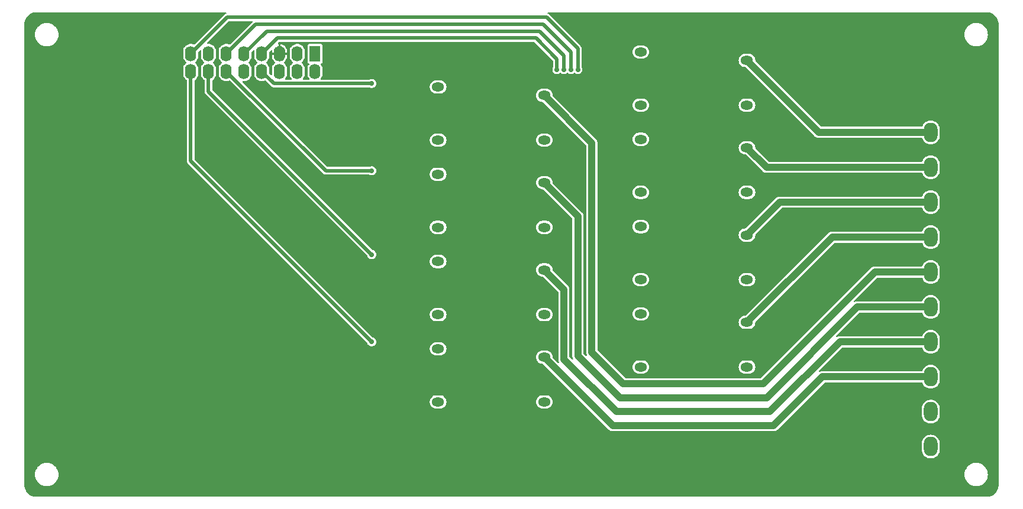
<source format=gbr>
G04 --- HEADER BEGIN --- *
G04 #@! TF.GenerationSoftware,LibrePCB,LibrePCB,1.0.0*
G04 #@! TF.CreationDate,2024-05-06T14:58:10*
G04 #@! TF.ProjectId,OSm Thermal,b11a65fa-6c4c-431c-8545-341aca355aaf,v1.7*
G04 #@! TF.Part,Single*
G04 #@! TF.SameCoordinates*
G04 #@! TF.FileFunction,Copper,L2,Bot*
G04 #@! TF.FilePolarity,Positive*
%FSLAX66Y66*%
%MOMM*%
G01*
G75*
G04 --- HEADER END --- *
G04 --- APERTURE LIST BEGIN --- *
G04 #@! TA.AperFunction,ComponentPad*
%ADD10O,1.8X1.3*%
%ADD11O,1.587X2.19*%
%ADD12R,1.587X2.19*%
%ADD13O,2.0X2.8*%
G04 #@! TA.AperFunction,ViaPad*
%ADD14C,0.7*%
G04 #@! TA.AperFunction,Conductor*
%ADD15C,0.5*%
%ADD16C,1.0*%
%ADD17C,0.01*%
G04 #@! TD*
G04 --- APERTURE LIST END --- *
G04 --- BOARD BEGIN --- *
D10*
G04 #@! TO.N,N9*
G04 #@! TO.C,K1*
G04 #@! TO.P,K1,NO,NO*
X74700000Y-49700000D03*
G04 #@! TO.N,N28*
G04 #@! TO.P,K1,C1,+*
X59500000Y-48500000D03*
G04 #@! TO.N,N5*
G04 #@! TO.P,K1,COM,COM*
X74700000Y-56100000D03*
G04 #@! TO.N,N23*
G04 #@! TO.P,K1,C2,-*
X59500000Y-56100000D03*
G04 #@! TO.N,N10*
G04 #@! TO.C,K2*
G04 #@! TO.P,K2,NO,NO*
X74700000Y-37200000D03*
G04 #@! TO.N,N28*
G04 #@! TO.P,K2,C1,+*
X59500000Y-36000000D03*
G04 #@! TO.N,N5*
G04 #@! TO.P,K2,COM,COM*
X74700000Y-43600000D03*
G04 #@! TO.N,N33*
G04 #@! TO.P,K2,C2,-*
X59500000Y-43600000D03*
G04 #@! TO.N,N13*
G04 #@! TO.C,K5*
G04 #@! TO.P,K5,NO,NO*
X103700000Y-44700000D03*
G04 #@! TO.N,N28*
G04 #@! TO.P,K5,C1,+*
X88500000Y-43500000D03*
G04 #@! TO.N,N5*
G04 #@! TO.P,K5,COM,COM*
X103700000Y-51100000D03*
G04 #@! TO.N,N19*
G04 #@! TO.P,K5,C2,-*
X88500000Y-51100000D03*
G04 #@! TO.N,N12*
G04 #@! TO.C,K4*
G04 #@! TO.P,K4,NO,NO*
X74700000Y-12200000D03*
G04 #@! TO.N,N28*
G04 #@! TO.P,K4,C1,+*
X59500000Y-11000000D03*
G04 #@! TO.N,N5*
G04 #@! TO.P,K4,COM,COM*
X74700000Y-18600000D03*
G04 #@! TO.N,N26*
G04 #@! TO.P,K4,C2,-*
X59500000Y-18600000D03*
G04 #@! TO.N,N14*
G04 #@! TO.C,K6*
G04 #@! TO.P,K6,NO,NO*
X103700000Y-32200000D03*
G04 #@! TO.N,N28*
G04 #@! TO.P,K6,C1,+*
X88500000Y-31000000D03*
G04 #@! TO.N,N5*
G04 #@! TO.P,K6,COM,COM*
X103700000Y-38600000D03*
G04 #@! TO.N,N32*
G04 #@! TO.P,K6,C2,-*
X88500000Y-38600000D03*
G04 #@! TO.N,N11*
G04 #@! TO.C,K3*
G04 #@! TO.P,K3,NO,NO*
X74700000Y-24700000D03*
G04 #@! TO.N,N28*
G04 #@! TO.P,K3,C1,+*
X59500000Y-23500000D03*
G04 #@! TO.N,N5*
G04 #@! TO.P,K3,COM,COM*
X74700000Y-31100000D03*
G04 #@! TO.N,N31*
G04 #@! TO.P,K3,C2,-*
X59500000Y-31100000D03*
D11*
G04 #@! TO.N,N29*
G04 #@! TO.C,J2*
G04 #@! TO.P,J2,15,15*
X24110000Y-6230000D03*
G04 #@! TO.N,N34*
G04 #@! TO.P,J2,12,12*
X29190000Y-8770000D03*
G04 #@! TO.N,N22*
G04 #@! TO.P,J2,4,4*
X39350000Y-8770000D03*
G04 #@! TO.N,N/C*
G04 #@! TO.P,J2,13,13*
X26650000Y-6230000D03*
G04 #@! TO.N,N42*
G04 #@! TO.P,J2,16,16*
X24110000Y-8770000D03*
G04 #@! TO.N,N/C*
G04 #@! TO.P,J2,10,10*
X31730000Y-8770000D03*
G04 #@! TO.N,N25*
G04 #@! TO.P,J2,14,14*
X26650000Y-8770000D03*
G04 #@! TO.N,N30*
G04 #@! TO.P,J2,11,11*
X29190000Y-6230000D03*
G04 #@! TO.N,GND*
G04 #@! TO.P,J2,5,5*
X36810000Y-6230000D03*
G04 #@! TO.N,N27*
G04 #@! TO.P,J2,8,8*
X34270000Y-8770000D03*
G04 #@! TO.N,N36*
G04 #@! TO.P,J2,9,9*
X31730000Y-6230000D03*
D12*
G04 #@! TO.N,N38*
G04 #@! TO.P,J2,1,1*
X41890000Y-6230000D03*
D11*
G04 #@! TO.N,N20*
G04 #@! TO.P,J2,2,2*
X41890000Y-8770000D03*
G04 #@! TO.N,N17*
G04 #@! TO.P,J2,7,7*
X34270000Y-6230000D03*
G04 #@! TO.N,N38*
G04 #@! TO.P,J2,3,3*
X39350000Y-6230000D03*
G04 #@! TO.N,N18*
G04 #@! TO.P,J2,6,6*
X36810000Y-8770000D03*
D13*
G04 #@! TO.N,N6*
G04 #@! TO.C,J1*
G04 #@! TO.P,J1,2,2*
X130000000Y-57500000D03*
G04 #@! TO.N,N10*
G04 #@! TO.P,J1,4,4*
X130000000Y-47500000D03*
G04 #@! TO.N,N12*
G04 #@! TO.P,J1,6,6*
X130000000Y-37500000D03*
G04 #@! TO.N,N9*
G04 #@! TO.P,J1,3,3*
X130000000Y-52500000D03*
G04 #@! TO.N,N13*
G04 #@! TO.P,J1,7,7*
X130000000Y-32500000D03*
G04 #@! TO.N,N16*
G04 #@! TO.P,J1,10,10*
X130000000Y-17500000D03*
G04 #@! TO.N,N14*
G04 #@! TO.P,J1,8,8*
X130000000Y-27500000D03*
G04 #@! TO.N,N15*
G04 #@! TO.P,J1,9,9*
X130000000Y-22500000D03*
G04 #@! TO.N,N5*
G04 #@! TO.P,J1,1,1*
X130000000Y-62500000D03*
G04 #@! TO.N,N11*
G04 #@! TO.P,J1,5,5*
X130000000Y-42500000D03*
D10*
G04 #@! TO.N,N15*
G04 #@! TO.C,K7*
G04 #@! TO.P,K7,NO,NO*
X103700000Y-19700000D03*
G04 #@! TO.N,N28*
G04 #@! TO.P,K7,C1,+*
X88500000Y-18500000D03*
G04 #@! TO.N,N5*
G04 #@! TO.P,K7,COM,COM*
X103700000Y-26100000D03*
G04 #@! TO.N,N24*
G04 #@! TO.P,K7,C2,-*
X88500000Y-26100000D03*
G04 #@! TO.N,N16*
G04 #@! TO.C,K8*
G04 #@! TO.P,K8,NO,NO*
X103700000Y-7200000D03*
G04 #@! TO.N,N28*
G04 #@! TO.P,K8,C1,+*
X88500000Y-6000000D03*
G04 #@! TO.N,N5*
G04 #@! TO.P,K8,COM,COM*
X103700000Y-13600000D03*
G04 #@! TO.N,N37*
G04 #@! TO.P,K8,C2,-*
X88500000Y-13600000D03*
D14*
G04 #@! TD.C*
G04 #@! TD.P*
G04 #@! TO.N,GND*
X49500000Y-29000000D03*
X84500000Y-17500000D03*
X18000000Y-39000000D03*
X44500000Y-65000000D03*
G04 #@! TO.N,N25*
X50000000Y-35000000D03*
D15*
X26650000Y-11650000D02*
X50000000Y-35000000D01*
X26650000Y-8770000D02*
X26650000Y-11650000D01*
D14*
G04 #@! TO.N,GND*
X22500000Y-49000000D03*
X115000000Y-39000000D03*
X22500000Y-50500000D03*
X49500000Y-54000000D03*
X97000000Y-22500000D03*
X121000000Y-50000000D03*
X34000000Y-37500000D03*
G04 #@! TO.N,N29*
X79500000Y-8500000D03*
D15*
X24110000Y-6230000D02*
X29340000Y-1000000D01*
X29340000Y-1000000D02*
X75000000Y-1000000D01*
X79500000Y-5500000D02*
X79500000Y-8500000D01*
X75000000Y-1000000D02*
X79500000Y-5500000D01*
D14*
G04 #@! TO.N,GND*
X35000000Y-68500000D03*
X37500000Y-25500000D03*
G04 #@! TO.N,N36*
X77500000Y-8500000D03*
D15*
X77500000Y-6500000D02*
X77500000Y-8500000D01*
X34960000Y-3000000D02*
X74000000Y-3000000D01*
X31730000Y-6230000D02*
X34960000Y-3000000D01*
X74000000Y-3000000D02*
X77500000Y-6500000D01*
D14*
G04 #@! TO.N,GND*
X110500000Y-20000000D03*
X117000000Y-65000000D03*
D16*
G04 #@! TO.N,N12*
X122000000Y-37500000D02*
X130000000Y-37500000D01*
X81500000Y-19000000D02*
X81500000Y-49000000D01*
X81500000Y-49000000D02*
X86000000Y-53500000D01*
X106000000Y-53500000D02*
X122000000Y-37500000D01*
X86000000Y-53500000D02*
X106000000Y-53500000D01*
X74700000Y-12200000D02*
X81500000Y-19000000D01*
D14*
G04 #@! TO.N,N30*
X78500000Y-8500000D03*
D15*
X78500000Y-6000000D02*
X78500000Y-8500000D01*
X33420000Y-2000000D02*
X74500000Y-2000000D01*
X74500000Y-2000000D02*
X78500000Y-6000000D01*
X29190000Y-6230000D02*
X33420000Y-2000000D01*
D14*
G04 #@! TO.N,GND*
X16000000Y-26500000D03*
X69000000Y-69000000D03*
X24500000Y-49000000D03*
X132500000Y-69000000D03*
D16*
G04 #@! TO.N,N13*
X103700000Y-44700000D02*
X115900000Y-32500000D01*
X115900000Y-32500000D02*
X130000000Y-32500000D01*
D14*
G04 #@! TO.N,GND*
X68500000Y-40000000D03*
X38000000Y-20000000D03*
X22500000Y-20500000D03*
X118000000Y-56000000D03*
X123500000Y-39000000D03*
G04 #@! TO.N,N34*
X50000000Y-23000000D03*
D15*
X29190000Y-8770000D02*
X43420000Y-23000000D01*
X43420000Y-23000000D02*
X50000000Y-23000000D01*
D14*
G04 #@! TO.N,GND*
X61500000Y-14500000D03*
X80000000Y-22500000D03*
X61500000Y-39500000D03*
D16*
G04 #@! TO.N,N10*
X107000000Y-57500000D02*
X117000000Y-47500000D01*
X74700000Y-37200000D02*
X77500000Y-40000000D01*
X117000000Y-47500000D02*
X130000000Y-47500000D01*
X77500000Y-50000000D02*
X85000000Y-57500000D01*
X77500000Y-40000000D02*
X77500000Y-50000000D01*
X85000000Y-57500000D02*
X107000000Y-57500000D01*
D14*
G04 #@! TO.N,GND*
X110500000Y-31500000D03*
X125500000Y-8500000D03*
X61000000Y-8500000D03*
X6500000Y-35000000D03*
X122000000Y-44500000D03*
D16*
G04 #@! TO.N,N14*
X108400000Y-27500000D02*
X130000000Y-27500000D01*
X103700000Y-32200000D02*
X108400000Y-27500000D01*
D14*
G04 #@! TO.N,GND*
X24500000Y-47500000D03*
X69500000Y-14500000D03*
G04 #@! TO.N,N27*
X50000000Y-10500000D03*
D15*
X34270000Y-8770000D02*
X36000000Y-10500000D01*
X36000000Y-10500000D02*
X50000000Y-10500000D01*
D14*
G04 #@! TO.N,GND*
X5500000Y-15500000D03*
X10000000Y-8000000D03*
X70000000Y-7500000D03*
X41500000Y-52500000D03*
X85000000Y-5000000D03*
X85500000Y-3000000D03*
X78500000Y-56500000D03*
X49500000Y-16500000D03*
X98500000Y-9500000D03*
D16*
G04 #@! TO.N,N15*
X106500000Y-22500000D02*
X130000000Y-22500000D01*
X103700000Y-19700000D02*
X106500000Y-22500000D01*
D14*
G04 #@! TO.N,GND*
X26500000Y-49000000D03*
G04 #@! TO.N,N17*
X76500000Y-8500000D03*
D15*
X34270000Y-6230000D02*
X36500000Y-4000000D01*
X36500000Y-4000000D02*
X73500000Y-4000000D01*
X76500000Y-7000000D02*
X76500000Y-8500000D01*
X73500000Y-4000000D02*
X76500000Y-7000000D01*
D14*
G04 #@! TO.N,GND*
X86500000Y-65000000D03*
X61000000Y-27000000D03*
X96000000Y-48000000D03*
X118000000Y-25000000D03*
X84500000Y-43000000D03*
G04 #@! TO.N,N42*
X50000000Y-47500000D03*
D15*
X24110000Y-21610000D02*
X50000000Y-47500000D01*
X24110000Y-8770000D02*
X24110000Y-21610000D01*
D14*
G04 #@! TO.N,GND*
X69500000Y-27500000D03*
X68000000Y-52500000D03*
D16*
G04 #@! TO.N,N16*
X114000000Y-17500000D02*
X130000000Y-17500000D01*
X103700000Y-7200000D02*
X114000000Y-17500000D01*
D14*
G04 #@! TO.N,GND*
X96500000Y-34500000D03*
D16*
G04 #@! TO.N,N11*
X79500000Y-49500000D02*
X85500000Y-55500000D01*
X106500000Y-55500000D02*
X119500000Y-42500000D01*
X74700000Y-24700000D02*
X79500000Y-29500000D01*
X85500000Y-55500000D02*
X106500000Y-55500000D01*
X119500000Y-42500000D02*
X130000000Y-42500000D01*
X79500000Y-29500000D02*
X79500000Y-49500000D01*
D14*
G04 #@! TO.N,GND*
X15500000Y-58500000D03*
X7500000Y-53000000D03*
X36000000Y-42500000D03*
X34500000Y-34500000D03*
X25500000Y-20500000D03*
X78000000Y-36500000D03*
X25000000Y-42000000D03*
X49500000Y-41500000D03*
X84500000Y-30000000D03*
D16*
G04 #@! TO.N,N9*
X74700000Y-49700000D02*
X84500000Y-59500000D01*
X107500000Y-59500000D02*
X114500000Y-52500000D01*
X114500000Y-52500000D02*
X130000000Y-52500000D01*
X84500000Y-59500000D02*
X107500000Y-59500000D01*
D14*
G04 #@! TO.N,GND*
X22500000Y-47500000D03*
D17*
G04 #@! TA.AperFunction,Conductor*
G36*
X300000Y-67986899D02*
X300214Y-67993439D01*
X314753Y-68215267D01*
X316460Y-68228236D01*
X357270Y-68433403D01*
X360656Y-68446038D01*
X427895Y-68644114D01*
X432901Y-68656198D01*
X525415Y-68843798D01*
X531955Y-68855126D01*
X648170Y-69029055D01*
X656133Y-69039433D01*
X794052Y-69196699D01*
X803301Y-69205948D01*
X960567Y-69343867D01*
X970945Y-69351830D01*
X1144874Y-69468045D01*
X1156202Y-69474585D01*
X1343802Y-69567099D01*
X1355886Y-69572105D01*
X1553962Y-69639344D01*
X1566597Y-69642730D01*
X1771764Y-69683540D01*
X1784733Y-69685247D01*
X2006561Y-69699786D01*
X2013101Y-69700000D01*
X3378565Y-69700000D01*
X3378565Y-68170316D01*
X3371130Y-68169759D01*
X3130975Y-68133561D01*
X3123702Y-68131901D01*
X2891627Y-68060316D01*
X2884688Y-68057593D01*
X2665864Y-67952213D01*
X2659416Y-67948490D01*
X2458744Y-67811674D01*
X2452913Y-67807023D01*
X2274883Y-67641836D01*
X2269801Y-67636358D01*
X2118384Y-67446488D01*
X2114180Y-67440322D01*
X1992743Y-67229988D01*
X1989515Y-67223284D01*
X1900780Y-66997192D01*
X1898584Y-66990071D01*
X1844541Y-66753297D01*
X1843428Y-66745908D01*
X1825280Y-66503736D01*
X1825280Y-66496264D01*
X1843428Y-66254092D01*
X1844541Y-66246703D01*
X1898584Y-66009929D01*
X1900780Y-66002808D01*
X1989515Y-65776716D01*
X1992743Y-65770012D01*
X2114180Y-65559678D01*
X2118384Y-65553512D01*
X2269801Y-65363642D01*
X2274883Y-65358164D01*
X2452913Y-65192977D01*
X2458744Y-65188326D01*
X2659416Y-65051510D01*
X2665864Y-65047787D01*
X2884688Y-64942407D01*
X2891627Y-64939684D01*
X3123702Y-64868099D01*
X3130975Y-64866439D01*
X3371130Y-64830241D01*
X3378565Y-64829684D01*
X3378565Y-5170316D01*
X3371130Y-5169759D01*
X3130975Y-5133561D01*
X3123702Y-5131901D01*
X2891627Y-5060316D01*
X2884688Y-5057593D01*
X2665864Y-4952213D01*
X2659416Y-4948490D01*
X2458744Y-4811674D01*
X2452913Y-4807023D01*
X2274883Y-4641836D01*
X2269801Y-4636358D01*
X2118384Y-4446488D01*
X2114180Y-4440322D01*
X1992743Y-4229988D01*
X1989515Y-4223284D01*
X1900780Y-3997192D01*
X1898584Y-3990071D01*
X1844541Y-3753297D01*
X1843428Y-3745908D01*
X1825280Y-3503736D01*
X1825280Y-3496264D01*
X1843428Y-3254092D01*
X1844541Y-3246703D01*
X1898584Y-3009929D01*
X1900780Y-3002808D01*
X1989515Y-2776716D01*
X1992743Y-2770012D01*
X2114180Y-2559678D01*
X2118384Y-2553512D01*
X2269801Y-2363642D01*
X2274883Y-2358164D01*
X2452913Y-2192977D01*
X2458744Y-2188326D01*
X2659416Y-2051510D01*
X2665864Y-2047787D01*
X2884688Y-1942407D01*
X2891627Y-1939684D01*
X3123702Y-1868099D01*
X3130975Y-1866439D01*
X3371130Y-1830241D01*
X3378565Y-1829684D01*
X3621435Y-1829684D01*
X3628870Y-1830241D01*
X3869025Y-1866439D01*
X3876298Y-1868099D01*
X4108373Y-1939684D01*
X4115312Y-1942407D01*
X4334136Y-2047787D01*
X4340584Y-2051510D01*
X4541256Y-2188326D01*
X4547087Y-2192977D01*
X4725117Y-2358164D01*
X4730199Y-2363642D01*
X4881616Y-2553512D01*
X4885820Y-2559678D01*
X5007257Y-2770012D01*
X5010485Y-2776716D01*
X5099220Y-3002808D01*
X5101416Y-3009929D01*
X5155459Y-3246703D01*
X5156572Y-3254092D01*
X5174720Y-3496264D01*
X5174720Y-3503736D01*
X5156572Y-3745908D01*
X5155459Y-3753297D01*
X5101416Y-3990071D01*
X5099220Y-3997192D01*
X5010485Y-4223284D01*
X5007257Y-4229988D01*
X4885820Y-4440322D01*
X4881616Y-4446488D01*
X4730199Y-4636358D01*
X4725117Y-4641836D01*
X4547087Y-4807023D01*
X4541256Y-4811674D01*
X4340584Y-4948490D01*
X4334136Y-4952213D01*
X4115312Y-5057593D01*
X4108373Y-5060316D01*
X3876298Y-5131901D01*
X3869025Y-5133561D01*
X3628870Y-5169759D01*
X3621435Y-5170316D01*
X3378565Y-5170316D01*
X3378565Y-64829684D01*
X3621435Y-64829684D01*
X3628870Y-64830241D01*
X3869025Y-64866439D01*
X3876298Y-64868099D01*
X4108373Y-64939684D01*
X4115312Y-64942407D01*
X4334136Y-65047787D01*
X4340584Y-65051510D01*
X4541256Y-65188326D01*
X4547087Y-65192977D01*
X4725117Y-65358164D01*
X4730199Y-65363642D01*
X4881616Y-65553512D01*
X4885820Y-65559678D01*
X5007257Y-65770012D01*
X5010485Y-65776716D01*
X5099220Y-66002808D01*
X5101416Y-66009929D01*
X5155459Y-66246703D01*
X5156572Y-66254092D01*
X5174720Y-66496264D01*
X5174720Y-66503736D01*
X5156572Y-66745908D01*
X5155459Y-66753297D01*
X5101416Y-66990071D01*
X5099220Y-66997192D01*
X5010485Y-67223284D01*
X5007257Y-67229988D01*
X4885820Y-67440322D01*
X4881616Y-67446488D01*
X4730199Y-67636358D01*
X4725117Y-67641836D01*
X4547087Y-67807023D01*
X4541256Y-67811674D01*
X4340584Y-67948490D01*
X4334136Y-67952213D01*
X4115312Y-68057593D01*
X4108373Y-68060316D01*
X3876298Y-68131901D01*
X3869025Y-68133561D01*
X3628870Y-68169759D01*
X3621435Y-68170316D01*
X3378565Y-68170316D01*
X3378565Y-69700000D01*
X59252450Y-69700000D01*
X59252450Y-57050000D01*
X59247557Y-57049759D01*
X59069557Y-57032228D01*
X59059960Y-57030319D01*
X58891157Y-56979114D01*
X58882113Y-56975367D01*
X58726542Y-56892213D01*
X58718410Y-56886779D01*
X58582047Y-56774868D01*
X58575132Y-56767953D01*
X58463221Y-56631590D01*
X58457787Y-56623458D01*
X58374633Y-56467887D01*
X58370886Y-56458843D01*
X58319681Y-56290040D01*
X58317772Y-56280443D01*
X58300482Y-56104894D01*
X58300482Y-56095106D01*
X58317772Y-55919557D01*
X58319681Y-55909960D01*
X58370886Y-55741157D01*
X58374633Y-55732113D01*
X58457787Y-55576542D01*
X58463221Y-55568410D01*
X58575132Y-55432047D01*
X58582047Y-55425132D01*
X58718410Y-55313221D01*
X58726542Y-55307787D01*
X58882113Y-55224633D01*
X58891157Y-55220886D01*
X59059960Y-55169681D01*
X59069557Y-55167772D01*
X59247557Y-55150241D01*
X59252450Y-55150000D01*
X59252450Y-49450000D01*
X59247557Y-49449759D01*
X59069557Y-49432228D01*
X59059960Y-49430319D01*
X58891157Y-49379114D01*
X58882113Y-49375367D01*
X58726542Y-49292213D01*
X58718410Y-49286779D01*
X58582047Y-49174868D01*
X58575132Y-49167953D01*
X58463221Y-49031590D01*
X58457787Y-49023458D01*
X58374633Y-48867887D01*
X58370886Y-48858843D01*
X58319681Y-48690040D01*
X58317772Y-48680443D01*
X58300482Y-48504894D01*
X58300482Y-48495106D01*
X58317772Y-48319557D01*
X58319681Y-48309960D01*
X58370886Y-48141157D01*
X58374633Y-48132113D01*
X58457787Y-47976542D01*
X58463221Y-47968410D01*
X58575132Y-47832047D01*
X58582047Y-47825132D01*
X58718410Y-47713221D01*
X58726542Y-47707787D01*
X58882113Y-47624633D01*
X58891157Y-47620886D01*
X59059960Y-47569681D01*
X59069557Y-47567772D01*
X59247557Y-47550241D01*
X59252450Y-47550000D01*
X59252450Y-44550000D01*
X59247557Y-44549759D01*
X59069557Y-44532228D01*
X59059960Y-44530319D01*
X58891157Y-44479114D01*
X58882113Y-44475367D01*
X58726542Y-44392213D01*
X58718410Y-44386779D01*
X58582047Y-44274868D01*
X58575132Y-44267953D01*
X58463221Y-44131590D01*
X58457787Y-44123458D01*
X58374633Y-43967887D01*
X58370886Y-43958843D01*
X58319681Y-43790040D01*
X58317772Y-43780443D01*
X58300482Y-43604894D01*
X58300482Y-43595106D01*
X58317772Y-43419557D01*
X58319681Y-43409960D01*
X58370886Y-43241157D01*
X58374633Y-43232113D01*
X58457787Y-43076542D01*
X58463221Y-43068410D01*
X58575132Y-42932047D01*
X58582047Y-42925132D01*
X58718410Y-42813221D01*
X58726542Y-42807787D01*
X58882113Y-42724633D01*
X58891157Y-42720886D01*
X59059960Y-42669681D01*
X59069557Y-42667772D01*
X59247557Y-42650241D01*
X59252450Y-42650000D01*
X59252450Y-36950000D01*
X59247557Y-36949759D01*
X59069557Y-36932228D01*
X59059960Y-36930319D01*
X58891157Y-36879114D01*
X58882113Y-36875367D01*
X58726542Y-36792213D01*
X58718410Y-36786779D01*
X58582047Y-36674868D01*
X58575132Y-36667953D01*
X58463221Y-36531590D01*
X58457787Y-36523458D01*
X58374633Y-36367887D01*
X58370886Y-36358843D01*
X58319681Y-36190040D01*
X58317772Y-36180443D01*
X58300482Y-36004894D01*
X58300482Y-35995106D01*
X58317772Y-35819557D01*
X58319681Y-35809960D01*
X58370886Y-35641157D01*
X58374633Y-35632113D01*
X58457787Y-35476542D01*
X58463221Y-35468410D01*
X58575132Y-35332047D01*
X58582047Y-35325132D01*
X58718410Y-35213221D01*
X58726542Y-35207787D01*
X58882113Y-35124633D01*
X58891157Y-35120886D01*
X59059960Y-35069681D01*
X59069557Y-35067772D01*
X59247557Y-35050241D01*
X59252450Y-35050000D01*
X59252450Y-32050000D01*
X59247557Y-32049759D01*
X59069557Y-32032228D01*
X59059960Y-32030319D01*
X58891157Y-31979114D01*
X58882113Y-31975367D01*
X58726542Y-31892213D01*
X58718410Y-31886779D01*
X58582047Y-31774868D01*
X58575132Y-31767953D01*
X58463221Y-31631590D01*
X58457787Y-31623458D01*
X58374633Y-31467887D01*
X58370886Y-31458843D01*
X58319681Y-31290040D01*
X58317772Y-31280443D01*
X58300482Y-31104894D01*
X58300482Y-31095106D01*
X58317772Y-30919557D01*
X58319681Y-30909960D01*
X58370886Y-30741157D01*
X58374633Y-30732113D01*
X58457787Y-30576542D01*
X58463221Y-30568410D01*
X58575132Y-30432047D01*
X58582047Y-30425132D01*
X58718410Y-30313221D01*
X58726542Y-30307787D01*
X58882113Y-30224633D01*
X58891157Y-30220886D01*
X59059960Y-30169681D01*
X59069557Y-30167772D01*
X59247557Y-30150241D01*
X59252450Y-30150000D01*
X59252450Y-24450000D01*
X59247557Y-24449759D01*
X59069557Y-24432228D01*
X59059960Y-24430319D01*
X58891157Y-24379114D01*
X58882113Y-24375367D01*
X58726542Y-24292213D01*
X58718410Y-24286779D01*
X58582047Y-24174868D01*
X58575132Y-24167953D01*
X58463221Y-24031590D01*
X58457787Y-24023458D01*
X58374633Y-23867887D01*
X58370886Y-23858843D01*
X58319681Y-23690040D01*
X58317772Y-23680443D01*
X58300482Y-23504894D01*
X58300482Y-23495106D01*
X58317772Y-23319557D01*
X58319681Y-23309960D01*
X58370886Y-23141157D01*
X58374633Y-23132113D01*
X58457787Y-22976542D01*
X58463221Y-22968410D01*
X58575132Y-22832047D01*
X58582047Y-22825132D01*
X58718410Y-22713221D01*
X58726542Y-22707787D01*
X58882113Y-22624633D01*
X58891157Y-22620886D01*
X59059960Y-22569681D01*
X59069557Y-22567772D01*
X59247557Y-22550241D01*
X59252450Y-22550000D01*
X59252450Y-19550000D01*
X59247557Y-19549759D01*
X59069557Y-19532228D01*
X59059960Y-19530319D01*
X58891157Y-19479114D01*
X58882113Y-19475367D01*
X58726542Y-19392213D01*
X58718410Y-19386779D01*
X58582047Y-19274868D01*
X58575132Y-19267953D01*
X58463221Y-19131590D01*
X58457787Y-19123458D01*
X58374633Y-18967887D01*
X58370886Y-18958843D01*
X58319681Y-18790040D01*
X58317772Y-18780443D01*
X58300482Y-18604894D01*
X58300482Y-18595106D01*
X58317772Y-18419557D01*
X58319681Y-18409960D01*
X58370886Y-18241157D01*
X58374633Y-18232113D01*
X58457787Y-18076542D01*
X58463221Y-18068410D01*
X58575132Y-17932047D01*
X58582047Y-17925132D01*
X58718410Y-17813221D01*
X58726542Y-17807787D01*
X58882113Y-17724633D01*
X58891157Y-17720886D01*
X59059960Y-17669681D01*
X59069557Y-17667772D01*
X59247557Y-17650241D01*
X59252450Y-17650000D01*
X59252450Y-11950000D01*
X59247557Y-11949759D01*
X59069557Y-11932228D01*
X59059960Y-11930319D01*
X58891157Y-11879114D01*
X58882113Y-11875367D01*
X58726542Y-11792213D01*
X58718410Y-11786779D01*
X58582047Y-11674868D01*
X58575132Y-11667953D01*
X58463221Y-11531590D01*
X58457787Y-11523458D01*
X58374633Y-11367887D01*
X58370886Y-11358843D01*
X58319681Y-11190040D01*
X58317772Y-11180443D01*
X58300482Y-11004894D01*
X58300482Y-10995106D01*
X58317772Y-10819557D01*
X58319681Y-10809960D01*
X58370886Y-10641157D01*
X58374633Y-10632113D01*
X58457787Y-10476542D01*
X58463221Y-10468410D01*
X58575132Y-10332047D01*
X58582047Y-10325132D01*
X58718410Y-10213221D01*
X58726542Y-10207787D01*
X58882113Y-10124633D01*
X58891157Y-10120886D01*
X59059960Y-10069681D01*
X59069557Y-10067772D01*
X59247557Y-10050241D01*
X59252450Y-10050000D01*
X59747550Y-10050000D01*
X59752443Y-10050241D01*
X59930443Y-10067772D01*
X59940040Y-10069681D01*
X60108843Y-10120886D01*
X60117887Y-10124633D01*
X60273458Y-10207787D01*
X60281590Y-10213221D01*
X60417953Y-10325132D01*
X60424868Y-10332047D01*
X60536779Y-10468410D01*
X60542213Y-10476542D01*
X60625367Y-10632113D01*
X60629114Y-10641157D01*
X60680319Y-10809960D01*
X60682228Y-10819557D01*
X60699518Y-10995106D01*
X60699518Y-11004894D01*
X60682228Y-11180443D01*
X60680319Y-11190040D01*
X60629114Y-11358843D01*
X60625367Y-11367887D01*
X60542213Y-11523458D01*
X60536779Y-11531590D01*
X60424868Y-11667953D01*
X60417953Y-11674868D01*
X60281590Y-11786779D01*
X60273458Y-11792213D01*
X60117887Y-11875367D01*
X60108843Y-11879114D01*
X59940040Y-11930319D01*
X59930443Y-11932228D01*
X59752443Y-11949759D01*
X59747550Y-11950000D01*
X59252450Y-11950000D01*
X59252450Y-17650000D01*
X59747550Y-17650000D01*
X59752443Y-17650241D01*
X59930443Y-17667772D01*
X59940040Y-17669681D01*
X60108843Y-17720886D01*
X60117887Y-17724633D01*
X60273458Y-17807787D01*
X60281590Y-17813221D01*
X60417953Y-17925132D01*
X60424868Y-17932047D01*
X60536779Y-18068410D01*
X60542213Y-18076542D01*
X60625367Y-18232113D01*
X60629114Y-18241157D01*
X60680319Y-18409960D01*
X60682228Y-18419557D01*
X60699518Y-18595106D01*
X60699518Y-18604894D01*
X60682228Y-18780443D01*
X60680319Y-18790040D01*
X60629114Y-18958843D01*
X60625367Y-18967887D01*
X60542213Y-19123458D01*
X60536779Y-19131590D01*
X60424868Y-19267953D01*
X60417953Y-19274868D01*
X60281590Y-19386779D01*
X60273458Y-19392213D01*
X60117887Y-19475367D01*
X60108843Y-19479114D01*
X59940040Y-19530319D01*
X59930443Y-19532228D01*
X59752443Y-19549759D01*
X59747550Y-19550000D01*
X59252450Y-19550000D01*
X59252450Y-22550000D01*
X59747550Y-22550000D01*
X59752443Y-22550241D01*
X59930443Y-22567772D01*
X59940040Y-22569681D01*
X60108843Y-22620886D01*
X60117887Y-22624633D01*
X60273458Y-22707787D01*
X60281590Y-22713221D01*
X60417953Y-22825132D01*
X60424868Y-22832047D01*
X60536779Y-22968410D01*
X60542213Y-22976542D01*
X60625367Y-23132113D01*
X60629114Y-23141157D01*
X60680319Y-23309960D01*
X60682228Y-23319557D01*
X60699518Y-23495106D01*
X60699518Y-23504894D01*
X60682228Y-23680443D01*
X60680319Y-23690040D01*
X60629114Y-23858843D01*
X60625367Y-23867887D01*
X60542213Y-24023458D01*
X60536779Y-24031590D01*
X60424868Y-24167953D01*
X60417953Y-24174868D01*
X60281590Y-24286779D01*
X60273458Y-24292213D01*
X60117887Y-24375367D01*
X60108843Y-24379114D01*
X59940040Y-24430319D01*
X59930443Y-24432228D01*
X59752443Y-24449759D01*
X59747550Y-24450000D01*
X59252450Y-24450000D01*
X59252450Y-30150000D01*
X59747550Y-30150000D01*
X59752443Y-30150241D01*
X59930443Y-30167772D01*
X59940040Y-30169681D01*
X60108843Y-30220886D01*
X60117887Y-30224633D01*
X60273458Y-30307787D01*
X60281590Y-30313221D01*
X60417953Y-30425132D01*
X60424868Y-30432047D01*
X60536779Y-30568410D01*
X60542213Y-30576542D01*
X60625367Y-30732113D01*
X60629114Y-30741157D01*
X60680319Y-30909960D01*
X60682228Y-30919557D01*
X60699518Y-31095106D01*
X60699518Y-31104894D01*
X60682228Y-31280443D01*
X60680319Y-31290040D01*
X60629114Y-31458843D01*
X60625367Y-31467887D01*
X60542213Y-31623458D01*
X60536779Y-31631590D01*
X60424868Y-31767953D01*
X60417953Y-31774868D01*
X60281590Y-31886779D01*
X60273458Y-31892213D01*
X60117887Y-31975367D01*
X60108843Y-31979114D01*
X59940040Y-32030319D01*
X59930443Y-32032228D01*
X59752443Y-32049759D01*
X59747550Y-32050000D01*
X59252450Y-32050000D01*
X59252450Y-35050000D01*
X59747550Y-35050000D01*
X59752443Y-35050241D01*
X59930443Y-35067772D01*
X59940040Y-35069681D01*
X60108843Y-35120886D01*
X60117887Y-35124633D01*
X60273458Y-35207787D01*
X60281590Y-35213221D01*
X60417953Y-35325132D01*
X60424868Y-35332047D01*
X60536779Y-35468410D01*
X60542213Y-35476542D01*
X60625367Y-35632113D01*
X60629114Y-35641157D01*
X60680319Y-35809960D01*
X60682228Y-35819557D01*
X60699518Y-35995106D01*
X60699518Y-36004894D01*
X60682228Y-36180443D01*
X60680319Y-36190040D01*
X60629114Y-36358843D01*
X60625367Y-36367887D01*
X60542213Y-36523458D01*
X60536779Y-36531590D01*
X60424868Y-36667953D01*
X60417953Y-36674868D01*
X60281590Y-36786779D01*
X60273458Y-36792213D01*
X60117887Y-36875367D01*
X60108843Y-36879114D01*
X59940040Y-36930319D01*
X59930443Y-36932228D01*
X59752443Y-36949759D01*
X59747550Y-36950000D01*
X59252450Y-36950000D01*
X59252450Y-42650000D01*
X59747550Y-42650000D01*
X59752443Y-42650241D01*
X59930443Y-42667772D01*
X59940040Y-42669681D01*
X60108843Y-42720886D01*
X60117887Y-42724633D01*
X60273458Y-42807787D01*
X60281590Y-42813221D01*
X60417953Y-42925132D01*
X60424868Y-42932047D01*
X60536779Y-43068410D01*
X60542213Y-43076542D01*
X60625367Y-43232113D01*
X60629114Y-43241157D01*
X60680319Y-43409960D01*
X60682228Y-43419557D01*
X60699518Y-43595106D01*
X60699518Y-43604894D01*
X60682228Y-43780443D01*
X60680319Y-43790040D01*
X60629114Y-43958843D01*
X60625367Y-43967887D01*
X60542213Y-44123458D01*
X60536779Y-44131590D01*
X60424868Y-44267953D01*
X60417953Y-44274868D01*
X60281590Y-44386779D01*
X60273458Y-44392213D01*
X60117887Y-44475367D01*
X60108843Y-44479114D01*
X59940040Y-44530319D01*
X59930443Y-44532228D01*
X59752443Y-44549759D01*
X59747550Y-44550000D01*
X59252450Y-44550000D01*
X59252450Y-47550000D01*
X59747550Y-47550000D01*
X59752443Y-47550241D01*
X59930443Y-47567772D01*
X59940040Y-47569681D01*
X60108843Y-47620886D01*
X60117887Y-47624633D01*
X60273458Y-47707787D01*
X60281590Y-47713221D01*
X60417953Y-47825132D01*
X60424868Y-47832047D01*
X60536779Y-47968410D01*
X60542213Y-47976542D01*
X60625367Y-48132113D01*
X60629114Y-48141157D01*
X60680319Y-48309960D01*
X60682228Y-48319557D01*
X60699518Y-48495106D01*
X60699518Y-48504894D01*
X60682228Y-48680443D01*
X60680319Y-48690040D01*
X60629114Y-48858843D01*
X60625367Y-48867887D01*
X60542213Y-49023458D01*
X60536779Y-49031590D01*
X60424868Y-49167953D01*
X60417953Y-49174868D01*
X60281590Y-49286779D01*
X60273458Y-49292213D01*
X60117887Y-49375367D01*
X60108843Y-49379114D01*
X59940040Y-49430319D01*
X59930443Y-49432228D01*
X59752443Y-49449759D01*
X59747550Y-49450000D01*
X59252450Y-49450000D01*
X59252450Y-55150000D01*
X59747550Y-55150000D01*
X59752443Y-55150241D01*
X59930443Y-55167772D01*
X59940040Y-55169681D01*
X60108843Y-55220886D01*
X60117887Y-55224633D01*
X60273458Y-55307787D01*
X60281590Y-55313221D01*
X60417953Y-55425132D01*
X60424868Y-55432047D01*
X60536779Y-55568410D01*
X60542213Y-55576542D01*
X60625367Y-55732113D01*
X60629114Y-55741157D01*
X60680319Y-55909960D01*
X60682228Y-55919557D01*
X60699518Y-56095106D01*
X60699518Y-56104894D01*
X60682228Y-56280443D01*
X60680319Y-56290040D01*
X60629114Y-56458843D01*
X60625367Y-56467887D01*
X60542213Y-56623458D01*
X60536779Y-56631590D01*
X60424868Y-56767953D01*
X60417953Y-56774868D01*
X60281590Y-56886779D01*
X60273458Y-56892213D01*
X60117887Y-56975367D01*
X60108843Y-56979114D01*
X59940040Y-57030319D01*
X59930443Y-57032228D01*
X59752443Y-57049759D01*
X59747550Y-57050000D01*
X59252450Y-57050000D01*
X59252450Y-69700000D01*
X74452450Y-69700000D01*
X74452450Y-57050000D01*
X74447557Y-57049759D01*
X74269557Y-57032228D01*
X74259960Y-57030319D01*
X74091157Y-56979114D01*
X74082113Y-56975367D01*
X73926542Y-56892213D01*
X73918410Y-56886779D01*
X73782047Y-56774868D01*
X73775132Y-56767953D01*
X73663221Y-56631590D01*
X73657787Y-56623458D01*
X73574633Y-56467887D01*
X73570886Y-56458843D01*
X73519681Y-56290040D01*
X73517772Y-56280443D01*
X73500482Y-56104894D01*
X73500482Y-56095106D01*
X73517772Y-55919557D01*
X73519681Y-55909960D01*
X73570886Y-55741157D01*
X73574633Y-55732113D01*
X73657787Y-55576542D01*
X73663221Y-55568410D01*
X73775132Y-55432047D01*
X73782047Y-55425132D01*
X73918410Y-55313221D01*
X73926542Y-55307787D01*
X74082113Y-55224633D01*
X74091157Y-55220886D01*
X74259960Y-55169681D01*
X74269557Y-55167772D01*
X74447557Y-55150241D01*
X74452450Y-55150000D01*
X74947550Y-55150000D01*
X74952443Y-55150241D01*
X75130443Y-55167772D01*
X75140040Y-55169681D01*
X75308843Y-55220886D01*
X75317887Y-55224633D01*
X75473458Y-55307787D01*
X75481590Y-55313221D01*
X75617953Y-55425132D01*
X75624868Y-55432047D01*
X75736779Y-55568410D01*
X75742213Y-55576542D01*
X75825367Y-55732113D01*
X75829114Y-55741157D01*
X75880319Y-55909960D01*
X75882228Y-55919557D01*
X75899518Y-56095106D01*
X75899518Y-56104894D01*
X75882228Y-56280443D01*
X75880319Y-56290040D01*
X75829114Y-56458843D01*
X75825367Y-56467887D01*
X75742213Y-56623458D01*
X75736779Y-56631590D01*
X75624868Y-56767953D01*
X75617953Y-56774868D01*
X75481590Y-56886779D01*
X75473458Y-56892213D01*
X75317887Y-56975367D01*
X75308843Y-56979114D01*
X75140040Y-57030319D01*
X75130443Y-57032228D01*
X74952443Y-57049759D01*
X74947550Y-57050000D01*
X74452450Y-57050000D01*
X74452450Y-69700000D01*
X84502622Y-69700000D01*
X84502622Y-60300000D01*
X84497392Y-60299726D01*
X84440131Y-60293707D01*
X84434910Y-60293296D01*
X84380087Y-60290423D01*
X84369789Y-60288792D01*
X84362175Y-60286752D01*
X84346743Y-60283892D01*
X84338884Y-60283066D01*
X84328688Y-60280899D01*
X84276410Y-60263913D01*
X84271391Y-60262426D01*
X84218366Y-60248218D01*
X84208634Y-60244482D01*
X84201612Y-60240904D01*
X84187108Y-60234896D01*
X84179594Y-60232455D01*
X84170074Y-60228216D01*
X84122487Y-60200743D01*
X84117889Y-60198247D01*
X84068959Y-60173315D01*
X84060216Y-60167637D01*
X84054090Y-60162676D01*
X84041153Y-60153784D01*
X84034309Y-60149833D01*
X84025882Y-60143710D01*
X83985050Y-60106945D01*
X83981068Y-60103545D01*
X83936350Y-60067334D01*
X83932462Y-60063833D01*
X74547918Y-50679289D01*
X74477208Y-50650000D01*
X74452450Y-50650000D01*
X74447557Y-50649759D01*
X74269557Y-50632228D01*
X74259960Y-50630319D01*
X74091157Y-50579114D01*
X74082113Y-50575367D01*
X73926542Y-50492213D01*
X73918410Y-50486779D01*
X73782047Y-50374868D01*
X73775132Y-50367953D01*
X73663221Y-50231590D01*
X73657787Y-50223458D01*
X73574633Y-50067887D01*
X73570886Y-50058843D01*
X73519681Y-49890040D01*
X73517772Y-49880443D01*
X73500482Y-49704894D01*
X73500482Y-49695106D01*
X73517772Y-49519557D01*
X73519681Y-49509960D01*
X73570886Y-49341157D01*
X73574633Y-49332113D01*
X73657787Y-49176542D01*
X73663221Y-49168410D01*
X73775132Y-49032047D01*
X73782047Y-49025132D01*
X73918410Y-48913221D01*
X73926542Y-48907787D01*
X74082113Y-48824633D01*
X74091157Y-48820886D01*
X74259960Y-48769681D01*
X74269557Y-48767772D01*
X74447557Y-48750241D01*
X74452450Y-48750000D01*
X74452450Y-44550000D01*
X74447557Y-44549759D01*
X74269557Y-44532228D01*
X74259960Y-44530319D01*
X74091157Y-44479114D01*
X74082113Y-44475367D01*
X73926542Y-44392213D01*
X73918410Y-44386779D01*
X73782047Y-44274868D01*
X73775132Y-44267953D01*
X73663221Y-44131590D01*
X73657787Y-44123458D01*
X73574633Y-43967887D01*
X73570886Y-43958843D01*
X73519681Y-43790040D01*
X73517772Y-43780443D01*
X73500482Y-43604894D01*
X73500482Y-43595106D01*
X73517772Y-43419557D01*
X73519681Y-43409960D01*
X73570886Y-43241157D01*
X73574633Y-43232113D01*
X73657787Y-43076542D01*
X73663221Y-43068410D01*
X73775132Y-42932047D01*
X73782047Y-42925132D01*
X73918410Y-42813221D01*
X73926542Y-42807787D01*
X74082113Y-42724633D01*
X74091157Y-42720886D01*
X74259960Y-42669681D01*
X74269557Y-42667772D01*
X74447557Y-42650241D01*
X74452450Y-42650000D01*
X74947550Y-42650000D01*
X74952443Y-42650241D01*
X75130443Y-42667772D01*
X75140040Y-42669681D01*
X75308843Y-42720886D01*
X75317887Y-42724633D01*
X75473458Y-42807787D01*
X75481590Y-42813221D01*
X75617953Y-42925132D01*
X75624868Y-42932047D01*
X75736779Y-43068410D01*
X75742213Y-43076542D01*
X75825367Y-43232113D01*
X75829114Y-43241157D01*
X75880319Y-43409960D01*
X75882228Y-43419557D01*
X75899518Y-43595106D01*
X75899518Y-43604894D01*
X75882228Y-43780443D01*
X75880319Y-43790040D01*
X75829114Y-43958843D01*
X75825367Y-43967887D01*
X75742213Y-44123458D01*
X75736779Y-44131590D01*
X75624868Y-44267953D01*
X75617953Y-44274868D01*
X75481590Y-44386779D01*
X75473458Y-44392213D01*
X75317887Y-44475367D01*
X75308843Y-44479114D01*
X75140040Y-44530319D01*
X75130443Y-44532228D01*
X74952443Y-44549759D01*
X74947550Y-44550000D01*
X74452450Y-44550000D01*
X74452450Y-48750000D01*
X74947550Y-48750000D01*
X74952443Y-48750241D01*
X75130443Y-48767772D01*
X75140040Y-48769681D01*
X75308843Y-48820886D01*
X75317887Y-48824633D01*
X75473458Y-48907787D01*
X75481590Y-48913221D01*
X75617953Y-49025132D01*
X75624868Y-49032047D01*
X75736779Y-49168410D01*
X75742213Y-49176542D01*
X75825367Y-49332113D01*
X75829114Y-49341157D01*
X75880319Y-49509960D01*
X75882228Y-49519557D01*
X75899518Y-49695109D01*
X75899519Y-49704892D01*
X75898483Y-49715405D01*
X75927290Y-49795919D01*
X76654776Y-50523405D01*
X76710515Y-50551567D01*
X76772093Y-50541169D01*
X76815494Y-50496265D01*
X76814586Y-50407296D01*
X76801751Y-50382106D01*
X76799253Y-50377506D01*
X76771786Y-50329932D01*
X76767543Y-50320400D01*
X76765104Y-50312895D01*
X76759100Y-50298398D01*
X76755513Y-50291357D01*
X76751781Y-50281636D01*
X76737564Y-50228579D01*
X76736077Y-50223560D01*
X76719100Y-50171310D01*
X76716934Y-50161120D01*
X76716109Y-50153266D01*
X76713250Y-50137836D01*
X76711206Y-50130207D01*
X76709576Y-50119915D01*
X76706701Y-50065064D01*
X76706290Y-50059845D01*
X76700274Y-50002609D01*
X76700000Y-49997377D01*
X76700000Y-40372792D01*
X76670711Y-40302082D01*
X74547918Y-38179289D01*
X74477208Y-38150000D01*
X74452450Y-38150000D01*
X74447557Y-38149759D01*
X74269557Y-38132228D01*
X74259960Y-38130319D01*
X74091157Y-38079114D01*
X74082113Y-38075367D01*
X73926542Y-37992213D01*
X73918410Y-37986779D01*
X73782047Y-37874868D01*
X73775132Y-37867953D01*
X73663221Y-37731590D01*
X73657787Y-37723458D01*
X73574633Y-37567887D01*
X73570886Y-37558843D01*
X73519681Y-37390040D01*
X73517772Y-37380443D01*
X73500482Y-37204894D01*
X73500482Y-37195106D01*
X73517772Y-37019557D01*
X73519681Y-37009960D01*
X73570886Y-36841157D01*
X73574633Y-36832113D01*
X73657787Y-36676542D01*
X73663221Y-36668410D01*
X73775132Y-36532047D01*
X73782047Y-36525132D01*
X73918410Y-36413221D01*
X73926542Y-36407787D01*
X74082113Y-36324633D01*
X74091157Y-36320886D01*
X74259960Y-36269681D01*
X74269557Y-36267772D01*
X74447557Y-36250241D01*
X74452450Y-36250000D01*
X74452450Y-32050000D01*
X74447557Y-32049759D01*
X74269557Y-32032228D01*
X74259960Y-32030319D01*
X74091157Y-31979114D01*
X74082113Y-31975367D01*
X73926542Y-31892213D01*
X73918410Y-31886779D01*
X73782047Y-31774868D01*
X73775132Y-31767953D01*
X73663221Y-31631590D01*
X73657787Y-31623458D01*
X73574633Y-31467887D01*
X73570886Y-31458843D01*
X73519681Y-31290040D01*
X73517772Y-31280443D01*
X73500482Y-31104894D01*
X73500482Y-31095106D01*
X73517772Y-30919557D01*
X73519681Y-30909960D01*
X73570886Y-30741157D01*
X73574633Y-30732113D01*
X73657787Y-30576542D01*
X73663221Y-30568410D01*
X73775132Y-30432047D01*
X73782047Y-30425132D01*
X73918410Y-30313221D01*
X73926542Y-30307787D01*
X74082113Y-30224633D01*
X74091157Y-30220886D01*
X74259960Y-30169681D01*
X74269557Y-30167772D01*
X74447557Y-30150241D01*
X74452450Y-30150000D01*
X74947550Y-30150000D01*
X74952443Y-30150241D01*
X75130443Y-30167772D01*
X75140040Y-30169681D01*
X75308843Y-30220886D01*
X75317887Y-30224633D01*
X75473458Y-30307787D01*
X75481590Y-30313221D01*
X75617953Y-30425132D01*
X75624868Y-30432047D01*
X75736779Y-30568410D01*
X75742213Y-30576542D01*
X75825367Y-30732113D01*
X75829114Y-30741157D01*
X75880319Y-30909960D01*
X75882228Y-30919557D01*
X75899518Y-31095106D01*
X75899518Y-31104894D01*
X75882228Y-31280443D01*
X75880319Y-31290040D01*
X75829114Y-31458843D01*
X75825367Y-31467887D01*
X75742213Y-31623458D01*
X75736779Y-31631590D01*
X75624868Y-31767953D01*
X75617953Y-31774868D01*
X75481590Y-31886779D01*
X75473458Y-31892213D01*
X75317887Y-31975367D01*
X75308843Y-31979114D01*
X75140040Y-32030319D01*
X75130443Y-32032228D01*
X74952443Y-32049759D01*
X74947550Y-32050000D01*
X74452450Y-32050000D01*
X74452450Y-36250000D01*
X74947550Y-36250000D01*
X74952443Y-36250241D01*
X75130443Y-36267772D01*
X75140040Y-36269681D01*
X75308843Y-36320886D01*
X75317887Y-36324633D01*
X75473458Y-36407787D01*
X75481590Y-36413221D01*
X75617953Y-36525132D01*
X75624868Y-36532047D01*
X75736779Y-36668410D01*
X75742213Y-36676542D01*
X75825367Y-36832113D01*
X75829114Y-36841157D01*
X75880319Y-37009960D01*
X75882228Y-37019557D01*
X75899518Y-37195109D01*
X75899519Y-37204892D01*
X75898483Y-37215405D01*
X75927290Y-37295919D01*
X78063830Y-39432459D01*
X78067341Y-39436357D01*
X78103552Y-39481075D01*
X78106953Y-39485057D01*
X78143702Y-39525871D01*
X78149839Y-39534318D01*
X78153780Y-39541144D01*
X78162669Y-39554078D01*
X78167635Y-39560210D01*
X78173316Y-39568959D01*
X78198249Y-39617893D01*
X78200747Y-39622494D01*
X78228214Y-39670068D01*
X78232457Y-39679600D01*
X78234896Y-39687105D01*
X78240900Y-39701602D01*
X78244487Y-39708643D01*
X78248219Y-39718364D01*
X78262436Y-39771421D01*
X78263923Y-39776440D01*
X78280900Y-39828690D01*
X78283066Y-39838880D01*
X78283891Y-39846734D01*
X78286750Y-39862164D01*
X78288794Y-39869793D01*
X78290424Y-39880085D01*
X78293299Y-39934936D01*
X78293710Y-39940155D01*
X78299726Y-39997391D01*
X78300000Y-40002623D01*
X78300000Y-49627208D01*
X78329289Y-49697918D01*
X78654776Y-50023405D01*
X78710515Y-50051567D01*
X78772093Y-50041169D01*
X78815494Y-49996265D01*
X78814586Y-49907296D01*
X78801751Y-49882106D01*
X78799253Y-49877506D01*
X78771786Y-49829932D01*
X78767543Y-49820400D01*
X78765104Y-49812895D01*
X78759100Y-49798398D01*
X78755513Y-49791357D01*
X78751781Y-49781636D01*
X78737564Y-49728579D01*
X78736077Y-49723560D01*
X78719100Y-49671310D01*
X78716934Y-49661120D01*
X78716109Y-49653266D01*
X78713250Y-49637836D01*
X78711206Y-49630207D01*
X78709576Y-49619915D01*
X78706701Y-49565064D01*
X78706290Y-49559845D01*
X78700274Y-49502609D01*
X78700000Y-49497377D01*
X78700000Y-29872792D01*
X78670711Y-29802082D01*
X74547918Y-25679289D01*
X74477208Y-25650000D01*
X74452450Y-25650000D01*
X74447557Y-25649759D01*
X74269557Y-25632228D01*
X74259960Y-25630319D01*
X74091157Y-25579114D01*
X74082113Y-25575367D01*
X73926542Y-25492213D01*
X73918410Y-25486779D01*
X73782047Y-25374868D01*
X73775132Y-25367953D01*
X73663221Y-25231590D01*
X73657787Y-25223458D01*
X73574633Y-25067887D01*
X73570886Y-25058843D01*
X73519681Y-24890040D01*
X73517772Y-24880443D01*
X73500482Y-24704894D01*
X73500482Y-24695106D01*
X73517772Y-24519557D01*
X73519681Y-24509960D01*
X73570886Y-24341157D01*
X73574633Y-24332113D01*
X73657787Y-24176542D01*
X73663221Y-24168410D01*
X73775132Y-24032047D01*
X73782047Y-24025132D01*
X73918410Y-23913221D01*
X73926542Y-23907787D01*
X74082113Y-23824633D01*
X74091157Y-23820886D01*
X74259960Y-23769681D01*
X74269557Y-23767772D01*
X74447557Y-23750241D01*
X74452450Y-23750000D01*
X74452450Y-19550000D01*
X74447557Y-19549759D01*
X74269557Y-19532228D01*
X74259960Y-19530319D01*
X74091157Y-19479114D01*
X74082113Y-19475367D01*
X73926542Y-19392213D01*
X73918410Y-19386779D01*
X73782047Y-19274868D01*
X73775132Y-19267953D01*
X73663221Y-19131590D01*
X73657787Y-19123458D01*
X73574633Y-18967887D01*
X73570886Y-18958843D01*
X73519681Y-18790040D01*
X73517772Y-18780443D01*
X73500482Y-18604894D01*
X73500482Y-18595106D01*
X73517772Y-18419557D01*
X73519681Y-18409960D01*
X73570886Y-18241157D01*
X73574633Y-18232113D01*
X73657787Y-18076542D01*
X73663221Y-18068410D01*
X73775132Y-17932047D01*
X73782047Y-17925132D01*
X73918410Y-17813221D01*
X73926542Y-17807787D01*
X74082113Y-17724633D01*
X74091157Y-17720886D01*
X74259960Y-17669681D01*
X74269557Y-17667772D01*
X74447557Y-17650241D01*
X74452450Y-17650000D01*
X74947550Y-17650000D01*
X74952443Y-17650241D01*
X75130443Y-17667772D01*
X75140040Y-17669681D01*
X75308843Y-17720886D01*
X75317887Y-17724633D01*
X75473458Y-17807787D01*
X75481590Y-17813221D01*
X75617953Y-17925132D01*
X75624868Y-17932047D01*
X75736779Y-18068410D01*
X75742213Y-18076542D01*
X75825367Y-18232113D01*
X75829114Y-18241157D01*
X75880319Y-18409960D01*
X75882228Y-18419557D01*
X75899518Y-18595106D01*
X75899518Y-18604894D01*
X75882228Y-18780443D01*
X75880319Y-18790040D01*
X75829114Y-18958843D01*
X75825367Y-18967887D01*
X75742213Y-19123458D01*
X75736779Y-19131590D01*
X75624868Y-19267953D01*
X75617953Y-19274868D01*
X75481590Y-19386779D01*
X75473458Y-19392213D01*
X75317887Y-19475367D01*
X75308843Y-19479114D01*
X75140040Y-19530319D01*
X75130443Y-19532228D01*
X74952443Y-19549759D01*
X74947550Y-19550000D01*
X74452450Y-19550000D01*
X74452450Y-23750000D01*
X74947550Y-23750000D01*
X74952443Y-23750241D01*
X75130443Y-23767772D01*
X75140040Y-23769681D01*
X75308843Y-23820886D01*
X75317887Y-23824633D01*
X75473458Y-23907787D01*
X75481590Y-23913221D01*
X75617953Y-24025132D01*
X75624868Y-24032047D01*
X75736779Y-24168410D01*
X75742213Y-24176542D01*
X75825367Y-24332113D01*
X75829114Y-24341157D01*
X75880319Y-24509960D01*
X75882228Y-24519557D01*
X75899518Y-24695109D01*
X75899519Y-24704892D01*
X75898483Y-24715405D01*
X75927290Y-24795919D01*
X80063830Y-28932459D01*
X80067341Y-28936357D01*
X80103552Y-28981075D01*
X80106953Y-28985057D01*
X80143702Y-29025871D01*
X80149839Y-29034318D01*
X80153780Y-29041144D01*
X80162669Y-29054078D01*
X80167635Y-29060210D01*
X80173316Y-29068959D01*
X80198249Y-29117893D01*
X80200747Y-29122494D01*
X80228214Y-29170068D01*
X80232457Y-29179600D01*
X80234896Y-29187105D01*
X80240900Y-29201602D01*
X80244487Y-29208643D01*
X80248219Y-29218364D01*
X80262436Y-29271421D01*
X80263923Y-29276440D01*
X80280900Y-29328690D01*
X80283066Y-29338880D01*
X80283891Y-29346734D01*
X80286750Y-29362164D01*
X80288794Y-29369793D01*
X80290424Y-29380085D01*
X80293299Y-29434936D01*
X80293710Y-29440155D01*
X80299726Y-29497391D01*
X80300000Y-29502623D01*
X80300000Y-49127208D01*
X80329289Y-49197918D01*
X80654776Y-49523405D01*
X80710515Y-49551567D01*
X80772093Y-49541169D01*
X80815494Y-49496265D01*
X80814586Y-49407296D01*
X80801751Y-49382106D01*
X80799253Y-49377506D01*
X80771786Y-49329932D01*
X80767543Y-49320400D01*
X80765104Y-49312895D01*
X80759100Y-49298398D01*
X80755513Y-49291357D01*
X80751781Y-49281636D01*
X80737564Y-49228579D01*
X80736077Y-49223560D01*
X80719100Y-49171310D01*
X80716934Y-49161120D01*
X80716109Y-49153266D01*
X80713250Y-49137836D01*
X80711206Y-49130207D01*
X80709576Y-49119915D01*
X80706701Y-49065064D01*
X80706290Y-49059845D01*
X80700274Y-49002609D01*
X80700000Y-48997377D01*
X80700000Y-19372792D01*
X80670711Y-19302082D01*
X74547918Y-13179289D01*
X74477208Y-13150000D01*
X74452450Y-13150000D01*
X74447557Y-13149759D01*
X74269557Y-13132228D01*
X74259960Y-13130319D01*
X74091157Y-13079114D01*
X74082113Y-13075367D01*
X73926542Y-12992213D01*
X73918410Y-12986779D01*
X73782047Y-12874868D01*
X73775132Y-12867953D01*
X73663221Y-12731590D01*
X73657787Y-12723458D01*
X73574633Y-12567887D01*
X73570886Y-12558843D01*
X73519681Y-12390040D01*
X73517772Y-12380443D01*
X73500482Y-12204894D01*
X73500482Y-12195106D01*
X73517772Y-12019557D01*
X73519681Y-12009960D01*
X73570886Y-11841157D01*
X73574633Y-11832113D01*
X73657787Y-11676542D01*
X73663221Y-11668410D01*
X73775132Y-11532047D01*
X73782047Y-11525132D01*
X73918410Y-11413221D01*
X73926542Y-11407787D01*
X74082113Y-11324633D01*
X74091157Y-11320886D01*
X74259960Y-11269681D01*
X74269557Y-11267772D01*
X74447557Y-11250241D01*
X74452450Y-11250000D01*
X74947550Y-11250000D01*
X74952443Y-11250241D01*
X75130443Y-11267772D01*
X75140040Y-11269681D01*
X75308843Y-11320886D01*
X75317887Y-11324633D01*
X75473458Y-11407787D01*
X75481590Y-11413221D01*
X75617953Y-11525132D01*
X75624868Y-11532047D01*
X75736779Y-11668410D01*
X75742213Y-11676542D01*
X75825367Y-11832113D01*
X75829114Y-11841157D01*
X75880319Y-12009960D01*
X75882228Y-12019557D01*
X75899518Y-12195109D01*
X75899519Y-12204892D01*
X75898483Y-12215405D01*
X75927290Y-12295919D01*
X82063830Y-18432459D01*
X82067341Y-18436357D01*
X82103552Y-18481075D01*
X82106953Y-18485057D01*
X82143702Y-18525871D01*
X82149839Y-18534318D01*
X82153780Y-18541144D01*
X82162669Y-18554078D01*
X82167635Y-18560210D01*
X82173316Y-18568959D01*
X82198249Y-18617893D01*
X82200747Y-18622494D01*
X82228214Y-18670068D01*
X82232457Y-18679600D01*
X82234896Y-18687105D01*
X82240900Y-18701602D01*
X82244487Y-18708643D01*
X82248219Y-18718364D01*
X82262436Y-18771421D01*
X82263923Y-18776440D01*
X82280900Y-18828690D01*
X82283066Y-18838880D01*
X82283891Y-18846734D01*
X82286750Y-18862164D01*
X82288794Y-18869793D01*
X82290424Y-18880085D01*
X82293299Y-18934936D01*
X82293710Y-18940155D01*
X82299726Y-18997391D01*
X82300000Y-19002623D01*
X82300000Y-48627208D01*
X82329289Y-48697918D01*
X86302082Y-52670711D01*
X86372792Y-52700000D01*
X88252450Y-52700000D01*
X88252450Y-52050000D01*
X88247557Y-52049759D01*
X88069557Y-52032228D01*
X88059960Y-52030319D01*
X87891157Y-51979114D01*
X87882113Y-51975367D01*
X87726542Y-51892213D01*
X87718410Y-51886779D01*
X87582047Y-51774868D01*
X87575132Y-51767953D01*
X87463221Y-51631590D01*
X87457787Y-51623458D01*
X87374633Y-51467887D01*
X87370886Y-51458843D01*
X87319681Y-51290040D01*
X87317772Y-51280443D01*
X87300482Y-51104894D01*
X87300482Y-51095106D01*
X87317772Y-50919557D01*
X87319681Y-50909960D01*
X87370886Y-50741157D01*
X87374633Y-50732113D01*
X87457787Y-50576542D01*
X87463221Y-50568410D01*
X87575132Y-50432047D01*
X87582047Y-50425132D01*
X87718410Y-50313221D01*
X87726542Y-50307787D01*
X87882113Y-50224633D01*
X87891157Y-50220886D01*
X88059960Y-50169681D01*
X88069557Y-50167772D01*
X88247557Y-50150241D01*
X88252450Y-50150000D01*
X88252450Y-44450000D01*
X88247557Y-44449759D01*
X88069557Y-44432228D01*
X88059960Y-44430319D01*
X87891157Y-44379114D01*
X87882113Y-44375367D01*
X87726542Y-44292213D01*
X87718410Y-44286779D01*
X87582047Y-44174868D01*
X87575132Y-44167953D01*
X87463221Y-44031590D01*
X87457787Y-44023458D01*
X87374633Y-43867887D01*
X87370886Y-43858843D01*
X87319681Y-43690040D01*
X87317772Y-43680443D01*
X87300482Y-43504894D01*
X87300482Y-43495106D01*
X87317772Y-43319557D01*
X87319681Y-43309960D01*
X87370886Y-43141157D01*
X87374633Y-43132113D01*
X87457787Y-42976542D01*
X87463221Y-42968410D01*
X87575132Y-42832047D01*
X87582047Y-42825132D01*
X87718410Y-42713221D01*
X87726542Y-42707787D01*
X87882113Y-42624633D01*
X87891157Y-42620886D01*
X88059960Y-42569681D01*
X88069557Y-42567772D01*
X88247557Y-42550241D01*
X88252450Y-42550000D01*
X88252450Y-39550000D01*
X88247557Y-39549759D01*
X88069557Y-39532228D01*
X88059960Y-39530319D01*
X87891157Y-39479114D01*
X87882113Y-39475367D01*
X87726542Y-39392213D01*
X87718410Y-39386779D01*
X87582047Y-39274868D01*
X87575132Y-39267953D01*
X87463221Y-39131590D01*
X87457787Y-39123458D01*
X87374633Y-38967887D01*
X87370886Y-38958843D01*
X87319681Y-38790040D01*
X87317772Y-38780443D01*
X87300482Y-38604894D01*
X87300482Y-38595106D01*
X87317772Y-38419557D01*
X87319681Y-38409960D01*
X87370886Y-38241157D01*
X87374633Y-38232113D01*
X87457787Y-38076542D01*
X87463221Y-38068410D01*
X87575132Y-37932047D01*
X87582047Y-37925132D01*
X87718410Y-37813221D01*
X87726542Y-37807787D01*
X87882113Y-37724633D01*
X87891157Y-37720886D01*
X88059960Y-37669681D01*
X88069557Y-37667772D01*
X88247557Y-37650241D01*
X88252450Y-37650000D01*
X88252450Y-31950000D01*
X88247557Y-31949759D01*
X88069557Y-31932228D01*
X88059960Y-31930319D01*
X87891157Y-31879114D01*
X87882113Y-31875367D01*
X87726542Y-31792213D01*
X87718410Y-31786779D01*
X87582047Y-31674868D01*
X87575132Y-31667953D01*
X87463221Y-31531590D01*
X87457787Y-31523458D01*
X87374633Y-31367887D01*
X87370886Y-31358843D01*
X87319681Y-31190040D01*
X87317772Y-31180443D01*
X87300482Y-31004894D01*
X87300482Y-30995106D01*
X87317772Y-30819557D01*
X87319681Y-30809960D01*
X87370886Y-30641157D01*
X87374633Y-30632113D01*
X87457787Y-30476542D01*
X87463221Y-30468410D01*
X87575132Y-30332047D01*
X87582047Y-30325132D01*
X87718410Y-30213221D01*
X87726542Y-30207787D01*
X87882113Y-30124633D01*
X87891157Y-30120886D01*
X88059960Y-30069681D01*
X88069557Y-30067772D01*
X88247557Y-30050241D01*
X88252450Y-30050000D01*
X88252450Y-27050000D01*
X88247557Y-27049759D01*
X88069557Y-27032228D01*
X88059960Y-27030319D01*
X87891157Y-26979114D01*
X87882113Y-26975367D01*
X87726542Y-26892213D01*
X87718410Y-26886779D01*
X87582047Y-26774868D01*
X87575132Y-26767953D01*
X87463221Y-26631590D01*
X87457787Y-26623458D01*
X87374633Y-26467887D01*
X87370886Y-26458843D01*
X87319681Y-26290040D01*
X87317772Y-26280443D01*
X87300482Y-26104894D01*
X87300482Y-26095106D01*
X87317772Y-25919557D01*
X87319681Y-25909960D01*
X87370886Y-25741157D01*
X87374633Y-25732113D01*
X87457787Y-25576542D01*
X87463221Y-25568410D01*
X87575132Y-25432047D01*
X87582047Y-25425132D01*
X87718410Y-25313221D01*
X87726542Y-25307787D01*
X87882113Y-25224633D01*
X87891157Y-25220886D01*
X88059960Y-25169681D01*
X88069557Y-25167772D01*
X88247557Y-25150241D01*
X88252450Y-25150000D01*
X88252450Y-19450000D01*
X88247557Y-19449759D01*
X88069557Y-19432228D01*
X88059960Y-19430319D01*
X87891157Y-19379114D01*
X87882113Y-19375367D01*
X87726542Y-19292213D01*
X87718410Y-19286779D01*
X87582047Y-19174868D01*
X87575132Y-19167953D01*
X87463221Y-19031590D01*
X87457787Y-19023458D01*
X87374633Y-18867887D01*
X87370886Y-18858843D01*
X87319681Y-18690040D01*
X87317772Y-18680443D01*
X87300482Y-18504894D01*
X87300482Y-18495106D01*
X87317772Y-18319557D01*
X87319681Y-18309960D01*
X87370886Y-18141157D01*
X87374633Y-18132113D01*
X87457787Y-17976542D01*
X87463221Y-17968410D01*
X87575132Y-17832047D01*
X87582047Y-17825132D01*
X87718410Y-17713221D01*
X87726542Y-17707787D01*
X87882113Y-17624633D01*
X87891157Y-17620886D01*
X88059960Y-17569681D01*
X88069557Y-17567772D01*
X88247557Y-17550241D01*
X88252450Y-17550000D01*
X88252450Y-14550000D01*
X88247557Y-14549759D01*
X88069557Y-14532228D01*
X88059960Y-14530319D01*
X87891157Y-14479114D01*
X87882113Y-14475367D01*
X87726542Y-14392213D01*
X87718410Y-14386779D01*
X87582047Y-14274868D01*
X87575132Y-14267953D01*
X87463221Y-14131590D01*
X87457787Y-14123458D01*
X87374633Y-13967887D01*
X87370886Y-13958843D01*
X87319681Y-13790040D01*
X87317772Y-13780443D01*
X87300482Y-13604894D01*
X87300482Y-13595106D01*
X87317772Y-13419557D01*
X87319681Y-13409960D01*
X87370886Y-13241157D01*
X87374633Y-13232113D01*
X87457787Y-13076542D01*
X87463221Y-13068410D01*
X87575132Y-12932047D01*
X87582047Y-12925132D01*
X87718410Y-12813221D01*
X87726542Y-12807787D01*
X87882113Y-12724633D01*
X87891157Y-12720886D01*
X88059960Y-12669681D01*
X88069557Y-12667772D01*
X88247557Y-12650241D01*
X88252450Y-12650000D01*
X88252450Y-6950000D01*
X88247557Y-6949759D01*
X88069557Y-6932228D01*
X88059960Y-6930319D01*
X87891157Y-6879114D01*
X87882113Y-6875367D01*
X87726542Y-6792213D01*
X87718410Y-6786779D01*
X87582047Y-6674868D01*
X87575132Y-6667953D01*
X87463221Y-6531590D01*
X87457787Y-6523458D01*
X87374633Y-6367887D01*
X87370886Y-6358843D01*
X87319681Y-6190040D01*
X87317772Y-6180443D01*
X87300482Y-6004894D01*
X87300482Y-5995106D01*
X87317772Y-5819557D01*
X87319681Y-5809960D01*
X87370886Y-5641157D01*
X87374633Y-5632113D01*
X87457787Y-5476542D01*
X87463221Y-5468410D01*
X87575132Y-5332047D01*
X87582047Y-5325132D01*
X87718410Y-5213221D01*
X87726542Y-5207787D01*
X87882113Y-5124633D01*
X87891157Y-5120886D01*
X88059960Y-5069681D01*
X88069557Y-5067772D01*
X88247557Y-5050241D01*
X88252450Y-5050000D01*
X88747550Y-5050000D01*
X88752443Y-5050241D01*
X88930443Y-5067772D01*
X88940040Y-5069681D01*
X89108843Y-5120886D01*
X89117887Y-5124633D01*
X89273458Y-5207787D01*
X89281590Y-5213221D01*
X89417953Y-5325132D01*
X89424868Y-5332047D01*
X89536779Y-5468410D01*
X89542213Y-5476542D01*
X89625367Y-5632113D01*
X89629114Y-5641157D01*
X89680319Y-5809960D01*
X89682228Y-5819557D01*
X89699518Y-5995106D01*
X89699518Y-6004894D01*
X89682228Y-6180443D01*
X89680319Y-6190040D01*
X89629114Y-6358843D01*
X89625367Y-6367887D01*
X89542213Y-6523458D01*
X89536779Y-6531590D01*
X89424868Y-6667953D01*
X89417953Y-6674868D01*
X89281590Y-6786779D01*
X89273458Y-6792213D01*
X89117887Y-6875367D01*
X89108843Y-6879114D01*
X88940040Y-6930319D01*
X88930443Y-6932228D01*
X88752443Y-6949759D01*
X88747550Y-6950000D01*
X88252450Y-6950000D01*
X88252450Y-12650000D01*
X88747550Y-12650000D01*
X88752443Y-12650241D01*
X88930443Y-12667772D01*
X88940040Y-12669681D01*
X89108843Y-12720886D01*
X89117887Y-12724633D01*
X89273458Y-12807787D01*
X89281590Y-12813221D01*
X89417953Y-12925132D01*
X89424868Y-12932047D01*
X89536779Y-13068410D01*
X89542213Y-13076542D01*
X89625367Y-13232113D01*
X89629114Y-13241157D01*
X89680319Y-13409960D01*
X89682228Y-13419557D01*
X89699518Y-13595106D01*
X89699518Y-13604894D01*
X89682228Y-13780443D01*
X89680319Y-13790040D01*
X89629114Y-13958843D01*
X89625367Y-13967887D01*
X89542213Y-14123458D01*
X89536779Y-14131590D01*
X89424868Y-14267953D01*
X89417953Y-14274868D01*
X89281590Y-14386779D01*
X89273458Y-14392213D01*
X89117887Y-14475367D01*
X89108843Y-14479114D01*
X88940040Y-14530319D01*
X88930443Y-14532228D01*
X88752443Y-14549759D01*
X88747550Y-14550000D01*
X88252450Y-14550000D01*
X88252450Y-17550000D01*
X88747550Y-17550000D01*
X88752443Y-17550241D01*
X88930443Y-17567772D01*
X88940040Y-17569681D01*
X89108843Y-17620886D01*
X89117887Y-17624633D01*
X89273458Y-17707787D01*
X89281590Y-17713221D01*
X89417953Y-17825132D01*
X89424868Y-17832047D01*
X89536779Y-17968410D01*
X89542213Y-17976542D01*
X89625367Y-18132113D01*
X89629114Y-18141157D01*
X89680319Y-18309960D01*
X89682228Y-18319557D01*
X89699518Y-18495106D01*
X89699518Y-18504894D01*
X89682228Y-18680443D01*
X89680319Y-18690040D01*
X89629114Y-18858843D01*
X89625367Y-18867887D01*
X89542213Y-19023458D01*
X89536779Y-19031590D01*
X89424868Y-19167953D01*
X89417953Y-19174868D01*
X89281590Y-19286779D01*
X89273458Y-19292213D01*
X89117887Y-19375367D01*
X89108843Y-19379114D01*
X88940040Y-19430319D01*
X88930443Y-19432228D01*
X88752443Y-19449759D01*
X88747550Y-19450000D01*
X88252450Y-19450000D01*
X88252450Y-25150000D01*
X88747550Y-25150000D01*
X88752443Y-25150241D01*
X88930443Y-25167772D01*
X88940040Y-25169681D01*
X89108843Y-25220886D01*
X89117887Y-25224633D01*
X89273458Y-25307787D01*
X89281590Y-25313221D01*
X89417953Y-25425132D01*
X89424868Y-25432047D01*
X89536779Y-25568410D01*
X89542213Y-25576542D01*
X89625367Y-25732113D01*
X89629114Y-25741157D01*
X89680319Y-25909960D01*
X89682228Y-25919557D01*
X89699518Y-26095106D01*
X89699518Y-26104894D01*
X89682228Y-26280443D01*
X89680319Y-26290040D01*
X89629114Y-26458843D01*
X89625367Y-26467887D01*
X89542213Y-26623458D01*
X89536779Y-26631590D01*
X89424868Y-26767953D01*
X89417953Y-26774868D01*
X89281590Y-26886779D01*
X89273458Y-26892213D01*
X89117887Y-26975367D01*
X89108843Y-26979114D01*
X88940040Y-27030319D01*
X88930443Y-27032228D01*
X88752443Y-27049759D01*
X88747550Y-27050000D01*
X88252450Y-27050000D01*
X88252450Y-30050000D01*
X88747550Y-30050000D01*
X88752443Y-30050241D01*
X88930443Y-30067772D01*
X88940040Y-30069681D01*
X89108843Y-30120886D01*
X89117887Y-30124633D01*
X89273458Y-30207787D01*
X89281590Y-30213221D01*
X89417953Y-30325132D01*
X89424868Y-30332047D01*
X89536779Y-30468410D01*
X89542213Y-30476542D01*
X89625367Y-30632113D01*
X89629114Y-30641157D01*
X89680319Y-30809960D01*
X89682228Y-30819557D01*
X89699518Y-30995106D01*
X89699518Y-31004894D01*
X89682228Y-31180443D01*
X89680319Y-31190040D01*
X89629114Y-31358843D01*
X89625367Y-31367887D01*
X89542213Y-31523458D01*
X89536779Y-31531590D01*
X89424868Y-31667953D01*
X89417953Y-31674868D01*
X89281590Y-31786779D01*
X89273458Y-31792213D01*
X89117887Y-31875367D01*
X89108843Y-31879114D01*
X88940040Y-31930319D01*
X88930443Y-31932228D01*
X88752443Y-31949759D01*
X88747550Y-31950000D01*
X88252450Y-31950000D01*
X88252450Y-37650000D01*
X88747550Y-37650000D01*
X88752443Y-37650241D01*
X88930443Y-37667772D01*
X88940040Y-37669681D01*
X89108843Y-37720886D01*
X89117887Y-37724633D01*
X89273458Y-37807787D01*
X89281590Y-37813221D01*
X89417953Y-37925132D01*
X89424868Y-37932047D01*
X89536779Y-38068410D01*
X89542213Y-38076542D01*
X89625367Y-38232113D01*
X89629114Y-38241157D01*
X89680319Y-38409960D01*
X89682228Y-38419557D01*
X89699518Y-38595106D01*
X89699518Y-38604894D01*
X89682228Y-38780443D01*
X89680319Y-38790040D01*
X89629114Y-38958843D01*
X89625367Y-38967887D01*
X89542213Y-39123458D01*
X89536779Y-39131590D01*
X89424868Y-39267953D01*
X89417953Y-39274868D01*
X89281590Y-39386779D01*
X89273458Y-39392213D01*
X89117887Y-39475367D01*
X89108843Y-39479114D01*
X88940040Y-39530319D01*
X88930443Y-39532228D01*
X88752443Y-39549759D01*
X88747550Y-39550000D01*
X88252450Y-39550000D01*
X88252450Y-42550000D01*
X88747550Y-42550000D01*
X88752443Y-42550241D01*
X88930443Y-42567772D01*
X88940040Y-42569681D01*
X89108843Y-42620886D01*
X89117887Y-42624633D01*
X89273458Y-42707787D01*
X89281590Y-42713221D01*
X89417953Y-42825132D01*
X89424868Y-42832047D01*
X89536779Y-42968410D01*
X89542213Y-42976542D01*
X89625367Y-43132113D01*
X89629114Y-43141157D01*
X89680319Y-43309960D01*
X89682228Y-43319557D01*
X89699518Y-43495106D01*
X89699518Y-43504894D01*
X89682228Y-43680443D01*
X89680319Y-43690040D01*
X89629114Y-43858843D01*
X89625367Y-43867887D01*
X89542213Y-44023458D01*
X89536779Y-44031590D01*
X89424868Y-44167953D01*
X89417953Y-44174868D01*
X89281590Y-44286779D01*
X89273458Y-44292213D01*
X89117887Y-44375367D01*
X89108843Y-44379114D01*
X88940040Y-44430319D01*
X88930443Y-44432228D01*
X88752443Y-44449759D01*
X88747550Y-44450000D01*
X88252450Y-44450000D01*
X88252450Y-50150000D01*
X88747550Y-50150000D01*
X88752443Y-50150241D01*
X88930443Y-50167772D01*
X88940040Y-50169681D01*
X89108843Y-50220886D01*
X89117887Y-50224633D01*
X89273458Y-50307787D01*
X89281590Y-50313221D01*
X89417953Y-50425132D01*
X89424868Y-50432047D01*
X89536779Y-50568410D01*
X89542213Y-50576542D01*
X89625367Y-50732113D01*
X89629114Y-50741157D01*
X89680319Y-50909960D01*
X89682228Y-50919557D01*
X89699518Y-51095106D01*
X89699518Y-51104894D01*
X89682228Y-51280443D01*
X89680319Y-51290040D01*
X89629114Y-51458843D01*
X89625367Y-51467887D01*
X89542213Y-51623458D01*
X89536779Y-51631590D01*
X89424868Y-51767953D01*
X89417953Y-51774868D01*
X89281590Y-51886779D01*
X89273458Y-51892213D01*
X89117887Y-51975367D01*
X89108843Y-51979114D01*
X88940040Y-52030319D01*
X88930443Y-52032228D01*
X88752443Y-52049759D01*
X88747550Y-52050000D01*
X88252450Y-52050000D01*
X88252450Y-52700000D01*
X103452450Y-52700000D01*
X103452450Y-52050000D01*
X103447557Y-52049759D01*
X103269557Y-52032228D01*
X103259960Y-52030319D01*
X103091157Y-51979114D01*
X103082113Y-51975367D01*
X102926542Y-51892213D01*
X102918410Y-51886779D01*
X102782047Y-51774868D01*
X102775132Y-51767953D01*
X102663221Y-51631590D01*
X102657787Y-51623458D01*
X102574633Y-51467887D01*
X102570886Y-51458843D01*
X102519681Y-51290040D01*
X102517772Y-51280443D01*
X102500482Y-51104894D01*
X102500482Y-51095106D01*
X102517772Y-50919557D01*
X102519681Y-50909960D01*
X102570886Y-50741157D01*
X102574633Y-50732113D01*
X102657787Y-50576542D01*
X102663221Y-50568410D01*
X102775132Y-50432047D01*
X102782047Y-50425132D01*
X102918410Y-50313221D01*
X102926542Y-50307787D01*
X103082113Y-50224633D01*
X103091157Y-50220886D01*
X103259960Y-50169681D01*
X103269557Y-50167772D01*
X103447557Y-50150241D01*
X103452450Y-50150000D01*
X103452450Y-45650000D01*
X103447557Y-45649759D01*
X103269557Y-45632228D01*
X103259960Y-45630319D01*
X103091157Y-45579114D01*
X103082113Y-45575367D01*
X102926542Y-45492213D01*
X102918410Y-45486779D01*
X102782047Y-45374868D01*
X102775132Y-45367953D01*
X102663221Y-45231590D01*
X102657787Y-45223458D01*
X102574633Y-45067887D01*
X102570886Y-45058843D01*
X102519681Y-44890040D01*
X102517772Y-44880443D01*
X102500482Y-44704894D01*
X102500482Y-44695106D01*
X102517772Y-44519557D01*
X102519681Y-44509960D01*
X102570886Y-44341157D01*
X102574633Y-44332113D01*
X102657787Y-44176542D01*
X102663221Y-44168410D01*
X102775132Y-44032047D01*
X102782047Y-44025132D01*
X102918410Y-43913221D01*
X102926542Y-43907787D01*
X103082113Y-43824633D01*
X103091157Y-43820886D01*
X103259960Y-43769681D01*
X103269557Y-43767772D01*
X103447557Y-43750241D01*
X103452450Y-43750000D01*
X103452450Y-39550000D01*
X103447557Y-39549759D01*
X103269557Y-39532228D01*
X103259960Y-39530319D01*
X103091157Y-39479114D01*
X103082113Y-39475367D01*
X102926542Y-39392213D01*
X102918410Y-39386779D01*
X102782047Y-39274868D01*
X102775132Y-39267953D01*
X102663221Y-39131590D01*
X102657787Y-39123458D01*
X102574633Y-38967887D01*
X102570886Y-38958843D01*
X102519681Y-38790040D01*
X102517772Y-38780443D01*
X102500482Y-38604894D01*
X102500482Y-38595106D01*
X102517772Y-38419557D01*
X102519681Y-38409960D01*
X102570886Y-38241157D01*
X102574633Y-38232113D01*
X102657787Y-38076542D01*
X102663221Y-38068410D01*
X102775132Y-37932047D01*
X102782047Y-37925132D01*
X102918410Y-37813221D01*
X102926542Y-37807787D01*
X103082113Y-37724633D01*
X103091157Y-37720886D01*
X103259960Y-37669681D01*
X103269557Y-37667772D01*
X103447557Y-37650241D01*
X103452450Y-37650000D01*
X103452450Y-33150000D01*
X103447557Y-33149759D01*
X103269557Y-33132228D01*
X103259960Y-33130319D01*
X103091157Y-33079114D01*
X103082113Y-33075367D01*
X102926542Y-32992213D01*
X102918410Y-32986779D01*
X102782047Y-32874868D01*
X102775132Y-32867953D01*
X102663221Y-32731590D01*
X102657787Y-32723458D01*
X102574633Y-32567887D01*
X102570886Y-32558843D01*
X102519681Y-32390040D01*
X102517772Y-32380443D01*
X102500482Y-32204894D01*
X102500482Y-32195106D01*
X102517772Y-32019557D01*
X102519681Y-32009960D01*
X102570886Y-31841157D01*
X102574633Y-31832113D01*
X102657787Y-31676542D01*
X102663221Y-31668410D01*
X102775132Y-31532047D01*
X102782047Y-31525132D01*
X102918410Y-31413221D01*
X102926542Y-31407787D01*
X103082113Y-31324633D01*
X103091157Y-31320886D01*
X103259960Y-31269681D01*
X103269557Y-31267772D01*
X103447557Y-31250241D01*
X103452450Y-31250000D01*
X103452450Y-27050000D01*
X103447557Y-27049759D01*
X103269557Y-27032228D01*
X103259960Y-27030319D01*
X103091157Y-26979114D01*
X103082113Y-26975367D01*
X102926542Y-26892213D01*
X102918410Y-26886779D01*
X102782047Y-26774868D01*
X102775132Y-26767953D01*
X102663221Y-26631590D01*
X102657787Y-26623458D01*
X102574633Y-26467887D01*
X102570886Y-26458843D01*
X102519681Y-26290040D01*
X102517772Y-26280443D01*
X102500482Y-26104894D01*
X102500482Y-26095106D01*
X102517772Y-25919557D01*
X102519681Y-25909960D01*
X102570886Y-25741157D01*
X102574633Y-25732113D01*
X102657787Y-25576542D01*
X102663221Y-25568410D01*
X102775132Y-25432047D01*
X102782047Y-25425132D01*
X102918410Y-25313221D01*
X102926542Y-25307787D01*
X103082113Y-25224633D01*
X103091157Y-25220886D01*
X103259960Y-25169681D01*
X103269557Y-25167772D01*
X103447557Y-25150241D01*
X103452450Y-25150000D01*
X103947550Y-25150000D01*
X103952443Y-25150241D01*
X104130443Y-25167772D01*
X104140040Y-25169681D01*
X104308843Y-25220886D01*
X104317887Y-25224633D01*
X104473458Y-25307787D01*
X104481590Y-25313221D01*
X104617953Y-25425132D01*
X104624868Y-25432047D01*
X104736779Y-25568410D01*
X104742213Y-25576542D01*
X104825367Y-25732113D01*
X104829114Y-25741157D01*
X104880319Y-25909960D01*
X104882228Y-25919557D01*
X104899518Y-26095106D01*
X104899518Y-26104894D01*
X104882228Y-26280443D01*
X104880319Y-26290040D01*
X104829114Y-26458843D01*
X104825367Y-26467887D01*
X104742213Y-26623458D01*
X104736779Y-26631590D01*
X104624868Y-26767953D01*
X104617953Y-26774868D01*
X104481590Y-26886779D01*
X104473458Y-26892213D01*
X104317887Y-26975367D01*
X104308843Y-26979114D01*
X104140040Y-27030319D01*
X104130443Y-27032228D01*
X103952443Y-27049759D01*
X103947550Y-27050000D01*
X103452450Y-27050000D01*
X103452450Y-31250000D01*
X103477208Y-31250000D01*
X103547918Y-31220711D01*
X107832459Y-26936170D01*
X107836357Y-26932659D01*
X107881075Y-26896448D01*
X107885057Y-26893047D01*
X107925871Y-26856298D01*
X107934318Y-26850161D01*
X107941144Y-26846220D01*
X107954078Y-26837331D01*
X107960210Y-26832365D01*
X107968959Y-26826684D01*
X108017893Y-26801751D01*
X108022494Y-26799253D01*
X108070068Y-26771786D01*
X108079600Y-26767543D01*
X108087105Y-26765104D01*
X108101602Y-26759100D01*
X108108640Y-26755514D01*
X108118374Y-26751777D01*
X108171438Y-26737558D01*
X108176456Y-26736072D01*
X108228683Y-26719103D01*
X108238890Y-26716934D01*
X108246727Y-26716110D01*
X108262162Y-26713250D01*
X108269789Y-26711206D01*
X108280089Y-26709575D01*
X108334955Y-26706699D01*
X108340174Y-26706288D01*
X108397391Y-26700274D01*
X108402623Y-26700000D01*
X128693884Y-26700000D01*
X128753211Y-26680500D01*
X128784514Y-26642262D01*
X128872320Y-26453960D01*
X128876674Y-26446419D01*
X129001638Y-26267951D01*
X129007227Y-26261291D01*
X129161291Y-26107227D01*
X129167951Y-26101638D01*
X129346419Y-25976674D01*
X129353960Y-25972320D01*
X129551423Y-25880243D01*
X129559582Y-25877272D01*
X129770038Y-25820880D01*
X129778613Y-25819369D01*
X129995645Y-25800381D01*
X129995645Y-24199619D01*
X129778613Y-24180631D01*
X129770038Y-24179120D01*
X129559582Y-24122728D01*
X129551423Y-24119757D01*
X129353960Y-24027680D01*
X129346419Y-24023326D01*
X129167951Y-23898362D01*
X129161291Y-23892773D01*
X129007227Y-23738709D01*
X129001638Y-23732049D01*
X128876674Y-23553581D01*
X128872320Y-23546040D01*
X128784514Y-23357738D01*
X128741768Y-23312210D01*
X128693884Y-23300000D01*
X106502622Y-23300000D01*
X106497392Y-23299726D01*
X106440131Y-23293707D01*
X106434910Y-23293296D01*
X106380087Y-23290423D01*
X106369789Y-23288792D01*
X106362175Y-23286752D01*
X106346743Y-23283892D01*
X106338884Y-23283066D01*
X106328688Y-23280899D01*
X106276410Y-23263913D01*
X106271391Y-23262426D01*
X106218366Y-23248218D01*
X106208634Y-23244482D01*
X106201612Y-23240904D01*
X106187108Y-23234896D01*
X106179594Y-23232455D01*
X106170074Y-23228216D01*
X106122487Y-23200743D01*
X106117889Y-23198247D01*
X106068959Y-23173315D01*
X106060216Y-23167637D01*
X106054090Y-23162676D01*
X106041153Y-23153784D01*
X106034309Y-23149833D01*
X106025882Y-23143710D01*
X105985050Y-23106945D01*
X105981068Y-23103545D01*
X105936350Y-23067334D01*
X105932462Y-23063833D01*
X103547918Y-20679289D01*
X103477208Y-20650000D01*
X103452450Y-20650000D01*
X103447557Y-20649759D01*
X103269557Y-20632228D01*
X103259960Y-20630319D01*
X103091157Y-20579114D01*
X103082113Y-20575367D01*
X102926542Y-20492213D01*
X102918410Y-20486779D01*
X102782047Y-20374868D01*
X102775132Y-20367953D01*
X102663221Y-20231590D01*
X102657787Y-20223458D01*
X102574633Y-20067887D01*
X102570886Y-20058843D01*
X102519681Y-19890040D01*
X102517772Y-19880443D01*
X102500482Y-19704894D01*
X102500482Y-19695106D01*
X102517772Y-19519557D01*
X102519681Y-19509960D01*
X102570886Y-19341157D01*
X102574633Y-19332113D01*
X102657787Y-19176542D01*
X102663221Y-19168410D01*
X102775132Y-19032047D01*
X102782047Y-19025132D01*
X102918410Y-18913221D01*
X102926542Y-18907787D01*
X103082113Y-18824633D01*
X103091157Y-18820886D01*
X103259960Y-18769681D01*
X103269557Y-18767772D01*
X103447557Y-18750241D01*
X103452450Y-18750000D01*
X103452450Y-14550000D01*
X103447557Y-14549759D01*
X103269557Y-14532228D01*
X103259960Y-14530319D01*
X103091157Y-14479114D01*
X103082113Y-14475367D01*
X102926542Y-14392213D01*
X102918410Y-14386779D01*
X102782047Y-14274868D01*
X102775132Y-14267953D01*
X102663221Y-14131590D01*
X102657787Y-14123458D01*
X102574633Y-13967887D01*
X102570886Y-13958843D01*
X102519681Y-13790040D01*
X102517772Y-13780443D01*
X102500482Y-13604894D01*
X102500482Y-13595106D01*
X102517772Y-13419557D01*
X102519681Y-13409960D01*
X102570886Y-13241157D01*
X102574633Y-13232113D01*
X102657787Y-13076542D01*
X102663221Y-13068410D01*
X102775132Y-12932047D01*
X102782047Y-12925132D01*
X102918410Y-12813221D01*
X102926542Y-12807787D01*
X103082113Y-12724633D01*
X103091157Y-12720886D01*
X103259960Y-12669681D01*
X103269557Y-12667772D01*
X103447557Y-12650241D01*
X103452450Y-12650000D01*
X103947550Y-12650000D01*
X103952443Y-12650241D01*
X104130443Y-12667772D01*
X104140040Y-12669681D01*
X104308843Y-12720886D01*
X104317887Y-12724633D01*
X104473458Y-12807787D01*
X104481590Y-12813221D01*
X104617953Y-12925132D01*
X104624868Y-12932047D01*
X104736779Y-13068410D01*
X104742213Y-13076542D01*
X104825367Y-13232113D01*
X104829114Y-13241157D01*
X104880319Y-13409960D01*
X104882228Y-13419557D01*
X104899518Y-13595106D01*
X104899518Y-13604894D01*
X104882228Y-13780443D01*
X104880319Y-13790040D01*
X104829114Y-13958843D01*
X104825367Y-13967887D01*
X104742213Y-14123458D01*
X104736779Y-14131590D01*
X104624868Y-14267953D01*
X104617953Y-14274868D01*
X104481590Y-14386779D01*
X104473458Y-14392213D01*
X104317887Y-14475367D01*
X104308843Y-14479114D01*
X104140040Y-14530319D01*
X104130443Y-14532228D01*
X103952443Y-14549759D01*
X103947550Y-14550000D01*
X103452450Y-14550000D01*
X103452450Y-18750000D01*
X103947550Y-18750000D01*
X103952443Y-18750241D01*
X104130443Y-18767772D01*
X104140040Y-18769681D01*
X104308843Y-18820886D01*
X104317887Y-18824633D01*
X104473458Y-18907787D01*
X104481590Y-18913221D01*
X104617953Y-19025132D01*
X104624868Y-19032047D01*
X104736779Y-19168410D01*
X104742213Y-19176542D01*
X104825367Y-19332113D01*
X104829114Y-19341157D01*
X104880319Y-19509960D01*
X104882228Y-19519557D01*
X104899518Y-19695109D01*
X104899519Y-19704892D01*
X104898483Y-19715405D01*
X104927290Y-19795919D01*
X106802082Y-21670711D01*
X106872792Y-21700000D01*
X128693884Y-21700000D01*
X128753211Y-21680500D01*
X128784514Y-21642262D01*
X128872320Y-21453960D01*
X128876674Y-21446419D01*
X129001638Y-21267951D01*
X129007227Y-21261291D01*
X129161291Y-21107227D01*
X129167951Y-21101638D01*
X129346419Y-20976674D01*
X129353960Y-20972320D01*
X129551423Y-20880243D01*
X129559582Y-20877272D01*
X129770038Y-20820880D01*
X129778613Y-20819369D01*
X129995645Y-20800381D01*
X129995645Y-19199619D01*
X129778613Y-19180631D01*
X129770038Y-19179120D01*
X129559582Y-19122728D01*
X129551423Y-19119757D01*
X129353960Y-19027680D01*
X129346419Y-19023326D01*
X129167951Y-18898362D01*
X129161291Y-18892773D01*
X129007227Y-18738709D01*
X129001638Y-18732049D01*
X128876674Y-18553581D01*
X128872320Y-18546040D01*
X128784514Y-18357738D01*
X128741768Y-18312210D01*
X128693884Y-18300000D01*
X114002622Y-18300000D01*
X113997392Y-18299726D01*
X113940131Y-18293707D01*
X113934910Y-18293296D01*
X113880087Y-18290423D01*
X113869789Y-18288792D01*
X113862175Y-18286752D01*
X113846743Y-18283892D01*
X113838884Y-18283066D01*
X113828688Y-18280899D01*
X113776410Y-18263913D01*
X113771391Y-18262426D01*
X113718366Y-18248218D01*
X113708634Y-18244482D01*
X113701612Y-18240904D01*
X113687108Y-18234896D01*
X113679594Y-18232455D01*
X113670074Y-18228216D01*
X113622487Y-18200743D01*
X113617889Y-18198247D01*
X113568959Y-18173315D01*
X113560216Y-18167637D01*
X113554090Y-18162676D01*
X113541153Y-18153784D01*
X113534309Y-18149833D01*
X113525882Y-18143710D01*
X113485050Y-18106945D01*
X113481068Y-18103545D01*
X113436350Y-18067334D01*
X113432462Y-18063833D01*
X103547918Y-8179289D01*
X103477208Y-8150000D01*
X103452450Y-8150000D01*
X103447557Y-8149759D01*
X103269557Y-8132228D01*
X103259960Y-8130319D01*
X103091157Y-8079114D01*
X103082113Y-8075367D01*
X102926542Y-7992213D01*
X102918410Y-7986779D01*
X102782047Y-7874868D01*
X102775132Y-7867953D01*
X102663221Y-7731590D01*
X102657787Y-7723458D01*
X102574633Y-7567887D01*
X102570886Y-7558843D01*
X102519681Y-7390040D01*
X102517772Y-7380443D01*
X102500482Y-7204894D01*
X102500482Y-7195106D01*
X102517772Y-7019557D01*
X102519681Y-7009960D01*
X102570886Y-6841157D01*
X102574633Y-6832113D01*
X102657787Y-6676542D01*
X102663221Y-6668410D01*
X102775132Y-6532047D01*
X102782047Y-6525132D01*
X102918410Y-6413221D01*
X102926542Y-6407787D01*
X103082113Y-6324633D01*
X103091157Y-6320886D01*
X103259960Y-6269681D01*
X103269557Y-6267772D01*
X103447557Y-6250241D01*
X103452450Y-6250000D01*
X103947550Y-6250000D01*
X103952443Y-6250241D01*
X104130443Y-6267772D01*
X104140040Y-6269681D01*
X104308843Y-6320886D01*
X104317887Y-6324633D01*
X104473458Y-6407787D01*
X104481590Y-6413221D01*
X104617953Y-6525132D01*
X104624868Y-6532047D01*
X104736779Y-6668410D01*
X104742213Y-6676542D01*
X104825367Y-6832113D01*
X104829114Y-6841157D01*
X104880319Y-7009960D01*
X104882228Y-7019557D01*
X104899518Y-7195109D01*
X104899519Y-7204892D01*
X104898483Y-7215405D01*
X104927290Y-7295919D01*
X114302082Y-16670711D01*
X114372792Y-16700000D01*
X128693884Y-16700000D01*
X128753211Y-16680500D01*
X128784514Y-16642262D01*
X128872320Y-16453960D01*
X128876674Y-16446419D01*
X129001638Y-16267951D01*
X129007227Y-16261291D01*
X129161291Y-16107227D01*
X129167951Y-16101638D01*
X129346419Y-15976674D01*
X129353960Y-15972320D01*
X129551423Y-15880243D01*
X129559582Y-15877272D01*
X129770038Y-15820880D01*
X129778613Y-15819369D01*
X129995645Y-15800381D01*
X130004355Y-15800381D01*
X130221387Y-15819369D01*
X130229962Y-15820880D01*
X130440418Y-15877272D01*
X130448577Y-15880243D01*
X130646040Y-15972320D01*
X130653581Y-15976674D01*
X130832049Y-16101638D01*
X130838709Y-16107227D01*
X130992773Y-16261291D01*
X130998362Y-16267951D01*
X131123326Y-16446419D01*
X131127680Y-16453960D01*
X131219757Y-16651423D01*
X131222728Y-16659582D01*
X131279120Y-16870038D01*
X131280631Y-16878613D01*
X131299808Y-17097809D01*
X131300000Y-17102194D01*
X131300000Y-17897806D01*
X131299808Y-17902191D01*
X131280631Y-18121387D01*
X131279120Y-18129962D01*
X131222728Y-18340418D01*
X131219757Y-18348577D01*
X131127680Y-18546040D01*
X131123326Y-18553581D01*
X130998362Y-18732049D01*
X130992773Y-18738709D01*
X130838709Y-18892773D01*
X130832049Y-18898362D01*
X130653581Y-19023326D01*
X130646040Y-19027680D01*
X130448577Y-19119757D01*
X130440418Y-19122728D01*
X130229962Y-19179120D01*
X130221387Y-19180631D01*
X130004355Y-19199619D01*
X129995645Y-19199619D01*
X129995645Y-20800381D01*
X130004355Y-20800381D01*
X130221387Y-20819369D01*
X130229962Y-20820880D01*
X130440418Y-20877272D01*
X130448577Y-20880243D01*
X130646040Y-20972320D01*
X130653581Y-20976674D01*
X130832049Y-21101638D01*
X130838709Y-21107227D01*
X130992773Y-21261291D01*
X130998362Y-21267951D01*
X131123326Y-21446419D01*
X131127680Y-21453960D01*
X131219757Y-21651423D01*
X131222728Y-21659582D01*
X131279120Y-21870038D01*
X131280631Y-21878613D01*
X131299808Y-22097809D01*
X131300000Y-22102194D01*
X131300000Y-22897806D01*
X131299808Y-22902191D01*
X131280631Y-23121387D01*
X131279120Y-23129962D01*
X131222728Y-23340418D01*
X131219757Y-23348577D01*
X131127680Y-23546040D01*
X131123326Y-23553581D01*
X130998362Y-23732049D01*
X130992773Y-23738709D01*
X130838709Y-23892773D01*
X130832049Y-23898362D01*
X130653581Y-24023326D01*
X130646040Y-24027680D01*
X130448577Y-24119757D01*
X130440418Y-24122728D01*
X130229962Y-24179120D01*
X130221387Y-24180631D01*
X130004355Y-24199619D01*
X129995645Y-24199619D01*
X129995645Y-25800381D01*
X130004355Y-25800381D01*
X130221387Y-25819369D01*
X130229962Y-25820880D01*
X130440418Y-25877272D01*
X130448577Y-25880243D01*
X130646040Y-25972320D01*
X130653581Y-25976674D01*
X130832049Y-26101638D01*
X130838709Y-26107227D01*
X130992773Y-26261291D01*
X130998362Y-26267951D01*
X131123326Y-26446419D01*
X131127680Y-26453960D01*
X131219757Y-26651423D01*
X131222728Y-26659582D01*
X131279120Y-26870038D01*
X131280631Y-26878613D01*
X131299808Y-27097809D01*
X131300000Y-27102194D01*
X131300000Y-27897806D01*
X131299808Y-27902191D01*
X131280631Y-28121387D01*
X131279120Y-28129962D01*
X131222728Y-28340418D01*
X131219757Y-28348577D01*
X131127680Y-28546040D01*
X131123326Y-28553581D01*
X130998362Y-28732049D01*
X130992773Y-28738709D01*
X130838709Y-28892773D01*
X130832049Y-28898362D01*
X130653581Y-29023326D01*
X130646040Y-29027680D01*
X130448577Y-29119757D01*
X130440418Y-29122728D01*
X130229962Y-29179120D01*
X130221387Y-29180631D01*
X130004355Y-29199619D01*
X129995645Y-29199619D01*
X129778613Y-29180631D01*
X129770038Y-29179120D01*
X129559582Y-29122728D01*
X129551423Y-29119757D01*
X129353960Y-29027680D01*
X129346419Y-29023326D01*
X129167951Y-28898362D01*
X129161291Y-28892773D01*
X129007227Y-28738709D01*
X129001638Y-28732049D01*
X128876674Y-28553581D01*
X128872320Y-28546040D01*
X128784514Y-28357738D01*
X128741768Y-28312210D01*
X128693884Y-28300000D01*
X108772792Y-28300000D01*
X108702082Y-28329289D01*
X104927290Y-32104081D01*
X104898483Y-32184595D01*
X104899519Y-32195108D01*
X104899518Y-32204891D01*
X104882228Y-32380443D01*
X104880319Y-32390040D01*
X104829114Y-32558843D01*
X104825367Y-32567887D01*
X104742213Y-32723458D01*
X104736779Y-32731590D01*
X104624868Y-32867953D01*
X104617953Y-32874868D01*
X104481590Y-32986779D01*
X104473458Y-32992213D01*
X104317887Y-33075367D01*
X104308843Y-33079114D01*
X104140040Y-33130319D01*
X104130443Y-33132228D01*
X103952443Y-33149759D01*
X103947550Y-33150000D01*
X103452450Y-33150000D01*
X103452450Y-37650000D01*
X103947550Y-37650000D01*
X103952443Y-37650241D01*
X104130443Y-37667772D01*
X104140040Y-37669681D01*
X104308843Y-37720886D01*
X104317887Y-37724633D01*
X104473458Y-37807787D01*
X104481590Y-37813221D01*
X104617953Y-37925132D01*
X104624868Y-37932047D01*
X104736779Y-38068410D01*
X104742213Y-38076542D01*
X104825367Y-38232113D01*
X104829114Y-38241157D01*
X104880319Y-38409960D01*
X104882228Y-38419557D01*
X104899518Y-38595106D01*
X104899518Y-38604894D01*
X104882228Y-38780443D01*
X104880319Y-38790040D01*
X104829114Y-38958843D01*
X104825367Y-38967887D01*
X104742213Y-39123458D01*
X104736779Y-39131590D01*
X104624868Y-39267953D01*
X104617953Y-39274868D01*
X104481590Y-39386779D01*
X104473458Y-39392213D01*
X104317887Y-39475367D01*
X104308843Y-39479114D01*
X104140040Y-39530319D01*
X104130443Y-39532228D01*
X103952443Y-39549759D01*
X103947550Y-39550000D01*
X103452450Y-39550000D01*
X103452450Y-43750000D01*
X103477208Y-43750000D01*
X103547918Y-43720711D01*
X115332459Y-31936170D01*
X115336357Y-31932659D01*
X115381075Y-31896448D01*
X115385057Y-31893047D01*
X115425871Y-31856298D01*
X115434318Y-31850161D01*
X115441144Y-31846220D01*
X115454078Y-31837331D01*
X115460210Y-31832365D01*
X115468959Y-31826684D01*
X115517893Y-31801751D01*
X115522494Y-31799253D01*
X115570068Y-31771786D01*
X115579600Y-31767543D01*
X115587105Y-31765104D01*
X115601602Y-31759100D01*
X115608640Y-31755514D01*
X115618374Y-31751777D01*
X115671438Y-31737558D01*
X115676456Y-31736072D01*
X115728683Y-31719103D01*
X115738890Y-31716934D01*
X115746727Y-31716110D01*
X115762162Y-31713250D01*
X115769789Y-31711206D01*
X115780089Y-31709575D01*
X115834955Y-31706699D01*
X115840174Y-31706288D01*
X115897391Y-31700274D01*
X115902623Y-31700000D01*
X128693884Y-31700000D01*
X128753211Y-31680500D01*
X128784514Y-31642262D01*
X128872320Y-31453960D01*
X128876674Y-31446419D01*
X129001638Y-31267951D01*
X129007227Y-31261291D01*
X129161291Y-31107227D01*
X129167951Y-31101638D01*
X129346419Y-30976674D01*
X129353960Y-30972320D01*
X129551423Y-30880243D01*
X129559582Y-30877272D01*
X129770038Y-30820880D01*
X129778613Y-30819369D01*
X129995645Y-30800381D01*
X130004355Y-30800381D01*
X130221387Y-30819369D01*
X130229962Y-30820880D01*
X130440418Y-30877272D01*
X130448577Y-30880243D01*
X130646040Y-30972320D01*
X130653581Y-30976674D01*
X130832049Y-31101638D01*
X130838709Y-31107227D01*
X130992773Y-31261291D01*
X130998362Y-31267951D01*
X131123326Y-31446419D01*
X131127680Y-31453960D01*
X131219757Y-31651423D01*
X131222728Y-31659582D01*
X131279120Y-31870038D01*
X131280631Y-31878613D01*
X131299808Y-32097809D01*
X131300000Y-32102194D01*
X131300000Y-32897806D01*
X131299808Y-32902191D01*
X131280631Y-33121387D01*
X131279120Y-33129962D01*
X131222728Y-33340418D01*
X131219757Y-33348577D01*
X131127680Y-33546040D01*
X131123326Y-33553581D01*
X130998362Y-33732049D01*
X130992773Y-33738709D01*
X130838709Y-33892773D01*
X130832049Y-33898362D01*
X130653581Y-34023326D01*
X130646040Y-34027680D01*
X130448577Y-34119757D01*
X130440418Y-34122728D01*
X130229962Y-34179120D01*
X130221387Y-34180631D01*
X130004355Y-34199619D01*
X129995645Y-34199619D01*
X129778613Y-34180631D01*
X129770038Y-34179120D01*
X129559582Y-34122728D01*
X129551423Y-34119757D01*
X129353960Y-34027680D01*
X129346419Y-34023326D01*
X129167951Y-33898362D01*
X129161291Y-33892773D01*
X129007227Y-33738709D01*
X129001638Y-33732049D01*
X128876674Y-33553581D01*
X128872320Y-33546040D01*
X128784514Y-33357738D01*
X128741768Y-33312210D01*
X128693884Y-33300000D01*
X116272792Y-33300000D01*
X116202082Y-33329289D01*
X104927290Y-44604081D01*
X104898483Y-44684595D01*
X104899519Y-44695108D01*
X104899518Y-44704891D01*
X104882228Y-44880443D01*
X104880319Y-44890040D01*
X104829114Y-45058843D01*
X104825367Y-45067887D01*
X104742213Y-45223458D01*
X104736779Y-45231590D01*
X104624868Y-45367953D01*
X104617953Y-45374868D01*
X104481590Y-45486779D01*
X104473458Y-45492213D01*
X104317887Y-45575367D01*
X104308843Y-45579114D01*
X104140040Y-45630319D01*
X104130443Y-45632228D01*
X103952443Y-45649759D01*
X103947550Y-45650000D01*
X103452450Y-45650000D01*
X103452450Y-50150000D01*
X103947550Y-50150000D01*
X103952443Y-50150241D01*
X104130443Y-50167772D01*
X104140040Y-50169681D01*
X104308843Y-50220886D01*
X104317887Y-50224633D01*
X104473458Y-50307787D01*
X104481590Y-50313221D01*
X104617953Y-50425132D01*
X104624868Y-50432047D01*
X104736779Y-50568410D01*
X104742213Y-50576542D01*
X104825367Y-50732113D01*
X104829114Y-50741157D01*
X104880319Y-50909960D01*
X104882228Y-50919557D01*
X104899518Y-51095106D01*
X104899518Y-51104894D01*
X104882228Y-51280443D01*
X104880319Y-51290040D01*
X104829114Y-51458843D01*
X104825367Y-51467887D01*
X104742213Y-51623458D01*
X104736779Y-51631590D01*
X104624868Y-51767953D01*
X104617953Y-51774868D01*
X104481590Y-51886779D01*
X104473458Y-51892213D01*
X104317887Y-51975367D01*
X104308843Y-51979114D01*
X104140040Y-52030319D01*
X104130443Y-52032228D01*
X103952443Y-52049759D01*
X103947550Y-52050000D01*
X103452450Y-52050000D01*
X103452450Y-52700000D01*
X105627208Y-52700000D01*
X105697918Y-52670711D01*
X121432459Y-36936170D01*
X121436357Y-36932659D01*
X121481075Y-36896448D01*
X121485057Y-36893047D01*
X121525871Y-36856298D01*
X121534318Y-36850161D01*
X121541144Y-36846220D01*
X121554078Y-36837331D01*
X121560210Y-36832365D01*
X121568959Y-36826684D01*
X121617893Y-36801751D01*
X121622494Y-36799253D01*
X121670068Y-36771786D01*
X121679600Y-36767543D01*
X121687105Y-36765104D01*
X121701602Y-36759100D01*
X121708640Y-36755514D01*
X121718374Y-36751777D01*
X121771438Y-36737558D01*
X121776456Y-36736072D01*
X121828683Y-36719103D01*
X121838890Y-36716934D01*
X121846727Y-36716110D01*
X121862162Y-36713250D01*
X121869789Y-36711206D01*
X121880089Y-36709575D01*
X121934955Y-36706699D01*
X121940174Y-36706288D01*
X121997391Y-36700274D01*
X122002623Y-36700000D01*
X128693884Y-36700000D01*
X128753211Y-36680500D01*
X128784514Y-36642262D01*
X128872320Y-36453960D01*
X128876674Y-36446419D01*
X129001638Y-36267951D01*
X129007227Y-36261291D01*
X129161291Y-36107227D01*
X129167951Y-36101638D01*
X129346419Y-35976674D01*
X129353960Y-35972320D01*
X129551423Y-35880243D01*
X129559582Y-35877272D01*
X129770038Y-35820880D01*
X129778613Y-35819369D01*
X129995645Y-35800381D01*
X130004355Y-35800381D01*
X130221387Y-35819369D01*
X130229962Y-35820880D01*
X130440418Y-35877272D01*
X130448577Y-35880243D01*
X130646040Y-35972320D01*
X130653581Y-35976674D01*
X130832049Y-36101638D01*
X130838709Y-36107227D01*
X130992773Y-36261291D01*
X130998362Y-36267951D01*
X131123326Y-36446419D01*
X131127680Y-36453960D01*
X131219757Y-36651423D01*
X131222728Y-36659582D01*
X131279120Y-36870038D01*
X131280631Y-36878613D01*
X131299808Y-37097809D01*
X131300000Y-37102194D01*
X131300000Y-37897806D01*
X131299808Y-37902191D01*
X131280631Y-38121387D01*
X131279120Y-38129962D01*
X131222728Y-38340418D01*
X131219757Y-38348577D01*
X131127680Y-38546040D01*
X131123326Y-38553581D01*
X130998362Y-38732049D01*
X130992773Y-38738709D01*
X130838709Y-38892773D01*
X130832049Y-38898362D01*
X130653581Y-39023326D01*
X130646040Y-39027680D01*
X130448577Y-39119757D01*
X130440418Y-39122728D01*
X130229962Y-39179120D01*
X130221387Y-39180631D01*
X130004355Y-39199619D01*
X129995645Y-39199619D01*
X129778613Y-39180631D01*
X129770038Y-39179120D01*
X129559582Y-39122728D01*
X129551423Y-39119757D01*
X129353960Y-39027680D01*
X129346419Y-39023326D01*
X129167951Y-38898362D01*
X129161291Y-38892773D01*
X129007227Y-38738709D01*
X129001638Y-38732049D01*
X128876674Y-38553581D01*
X128872320Y-38546040D01*
X128784514Y-38357738D01*
X128741768Y-38312210D01*
X128693884Y-38300000D01*
X122372792Y-38300000D01*
X122302082Y-38329289D01*
X118976595Y-41654776D01*
X118948433Y-41710515D01*
X118958831Y-41772093D01*
X119003735Y-41815494D01*
X119092704Y-41814586D01*
X119117894Y-41801751D01*
X119122494Y-41799253D01*
X119170068Y-41771786D01*
X119179600Y-41767543D01*
X119187105Y-41765104D01*
X119201602Y-41759100D01*
X119208640Y-41755514D01*
X119218374Y-41751777D01*
X119271438Y-41737558D01*
X119276456Y-41736072D01*
X119328683Y-41719103D01*
X119338890Y-41716934D01*
X119346727Y-41716110D01*
X119362162Y-41713250D01*
X119369789Y-41711206D01*
X119380089Y-41709575D01*
X119434955Y-41706699D01*
X119440174Y-41706288D01*
X119497391Y-41700274D01*
X119502623Y-41700000D01*
X128693884Y-41700000D01*
X128753211Y-41680500D01*
X128784514Y-41642262D01*
X128872320Y-41453960D01*
X128876674Y-41446419D01*
X129001638Y-41267951D01*
X129007227Y-41261291D01*
X129161291Y-41107227D01*
X129167951Y-41101638D01*
X129346419Y-40976674D01*
X129353960Y-40972320D01*
X129551423Y-40880243D01*
X129559582Y-40877272D01*
X129770038Y-40820880D01*
X129778613Y-40819369D01*
X129995645Y-40800381D01*
X130004355Y-40800381D01*
X130221387Y-40819369D01*
X130229962Y-40820880D01*
X130440418Y-40877272D01*
X130448577Y-40880243D01*
X130646040Y-40972320D01*
X130653581Y-40976674D01*
X130832049Y-41101638D01*
X130838709Y-41107227D01*
X130992773Y-41261291D01*
X130998362Y-41267951D01*
X131123326Y-41446419D01*
X131127680Y-41453960D01*
X131219757Y-41651423D01*
X131222728Y-41659582D01*
X131279120Y-41870038D01*
X131280631Y-41878613D01*
X131299808Y-42097809D01*
X131300000Y-42102194D01*
X131300000Y-42897806D01*
X131299808Y-42902191D01*
X131280631Y-43121387D01*
X131279120Y-43129962D01*
X131222728Y-43340418D01*
X131219757Y-43348577D01*
X131127680Y-43546040D01*
X131123326Y-43553581D01*
X130998362Y-43732049D01*
X130992773Y-43738709D01*
X130838709Y-43892773D01*
X130832049Y-43898362D01*
X130653581Y-44023326D01*
X130646040Y-44027680D01*
X130448577Y-44119757D01*
X130440418Y-44122728D01*
X130229962Y-44179120D01*
X130221387Y-44180631D01*
X130004355Y-44199619D01*
X129995645Y-44199619D01*
X129778613Y-44180631D01*
X129770038Y-44179120D01*
X129559582Y-44122728D01*
X129551423Y-44119757D01*
X129353960Y-44027680D01*
X129346419Y-44023326D01*
X129167951Y-43898362D01*
X129161291Y-43892773D01*
X129007227Y-43738709D01*
X129001638Y-43732049D01*
X128876674Y-43553581D01*
X128872320Y-43546040D01*
X128784514Y-43357738D01*
X128741768Y-43312210D01*
X128693884Y-43300000D01*
X119872792Y-43300000D01*
X119802082Y-43329289D01*
X116476595Y-46654776D01*
X116448433Y-46710515D01*
X116458831Y-46772093D01*
X116503735Y-46815494D01*
X116592704Y-46814586D01*
X116617894Y-46801751D01*
X116622494Y-46799253D01*
X116670068Y-46771786D01*
X116679600Y-46767543D01*
X116687105Y-46765104D01*
X116701602Y-46759100D01*
X116708640Y-46755514D01*
X116718374Y-46751777D01*
X116771438Y-46737558D01*
X116776456Y-46736072D01*
X116828683Y-46719103D01*
X116838890Y-46716934D01*
X116846727Y-46716110D01*
X116862162Y-46713250D01*
X116869789Y-46711206D01*
X116880089Y-46709575D01*
X116934955Y-46706699D01*
X116940174Y-46706288D01*
X116997391Y-46700274D01*
X117002623Y-46700000D01*
X128693884Y-46700000D01*
X128753211Y-46680500D01*
X128784514Y-46642262D01*
X128872320Y-46453960D01*
X128876674Y-46446419D01*
X129001638Y-46267951D01*
X129007227Y-46261291D01*
X129161291Y-46107227D01*
X129167951Y-46101638D01*
X129346419Y-45976674D01*
X129353960Y-45972320D01*
X129551423Y-45880243D01*
X129559582Y-45877272D01*
X129770038Y-45820880D01*
X129778613Y-45819369D01*
X129995645Y-45800381D01*
X130004355Y-45800381D01*
X130221387Y-45819369D01*
X130229962Y-45820880D01*
X130440418Y-45877272D01*
X130448577Y-45880243D01*
X130646040Y-45972320D01*
X130653581Y-45976674D01*
X130832049Y-46101638D01*
X130838709Y-46107227D01*
X130992773Y-46261291D01*
X130998362Y-46267951D01*
X131123326Y-46446419D01*
X131127680Y-46453960D01*
X131219757Y-46651423D01*
X131222728Y-46659582D01*
X131279120Y-46870038D01*
X131280631Y-46878613D01*
X131299808Y-47097809D01*
X131300000Y-47102194D01*
X131300000Y-47897806D01*
X131299808Y-47902191D01*
X131280631Y-48121387D01*
X131279120Y-48129962D01*
X131222728Y-48340418D01*
X131219757Y-48348577D01*
X131127680Y-48546040D01*
X131123326Y-48553581D01*
X130998362Y-48732049D01*
X130992773Y-48738709D01*
X130838709Y-48892773D01*
X130832049Y-48898362D01*
X130653581Y-49023326D01*
X130646040Y-49027680D01*
X130448577Y-49119757D01*
X130440418Y-49122728D01*
X130229962Y-49179120D01*
X130221387Y-49180631D01*
X130004355Y-49199619D01*
X129995645Y-49199619D01*
X129778613Y-49180631D01*
X129770038Y-49179120D01*
X129559582Y-49122728D01*
X129551423Y-49119757D01*
X129353960Y-49027680D01*
X129346419Y-49023326D01*
X129167951Y-48898362D01*
X129161291Y-48892773D01*
X129007227Y-48738709D01*
X129001638Y-48732049D01*
X128876674Y-48553581D01*
X128872320Y-48546040D01*
X128784514Y-48357738D01*
X128741768Y-48312210D01*
X128693884Y-48300000D01*
X117372792Y-48300000D01*
X117302082Y-48329289D01*
X113976595Y-51654776D01*
X113948433Y-51710515D01*
X113958831Y-51772093D01*
X114003735Y-51815494D01*
X114092704Y-51814586D01*
X114117894Y-51801751D01*
X114122494Y-51799253D01*
X114170068Y-51771786D01*
X114179600Y-51767543D01*
X114187105Y-51765104D01*
X114201602Y-51759100D01*
X114208640Y-51755514D01*
X114218374Y-51751777D01*
X114271438Y-51737558D01*
X114276456Y-51736072D01*
X114328683Y-51719103D01*
X114338890Y-51716934D01*
X114346727Y-51716110D01*
X114362162Y-51713250D01*
X114369789Y-51711206D01*
X114380089Y-51709575D01*
X114434955Y-51706699D01*
X114440174Y-51706288D01*
X114497391Y-51700274D01*
X114502623Y-51700000D01*
X128693884Y-51700000D01*
X128753211Y-51680500D01*
X128784514Y-51642262D01*
X128872320Y-51453960D01*
X128876674Y-51446419D01*
X129001638Y-51267951D01*
X129007227Y-51261291D01*
X129161291Y-51107227D01*
X129167951Y-51101638D01*
X129346419Y-50976674D01*
X129353960Y-50972320D01*
X129551423Y-50880243D01*
X129559582Y-50877272D01*
X129770038Y-50820880D01*
X129778613Y-50819369D01*
X129995645Y-50800381D01*
X130004355Y-50800381D01*
X130221387Y-50819369D01*
X130229962Y-50820880D01*
X130440418Y-50877272D01*
X130448577Y-50880243D01*
X130646040Y-50972320D01*
X130653581Y-50976674D01*
X130832049Y-51101638D01*
X130838709Y-51107227D01*
X130992773Y-51261291D01*
X130998362Y-51267951D01*
X131123326Y-51446419D01*
X131127680Y-51453960D01*
X131219757Y-51651423D01*
X131222728Y-51659582D01*
X131279120Y-51870038D01*
X131280631Y-51878613D01*
X131299808Y-52097809D01*
X131300000Y-52102194D01*
X131300000Y-52897806D01*
X131299808Y-52902191D01*
X131280631Y-53121387D01*
X131279120Y-53129962D01*
X131222728Y-53340418D01*
X131219757Y-53348577D01*
X131127680Y-53546040D01*
X131123326Y-53553581D01*
X130998362Y-53732049D01*
X130992773Y-53738709D01*
X130838709Y-53892773D01*
X130832049Y-53898362D01*
X130653581Y-54023326D01*
X130646040Y-54027680D01*
X130448577Y-54119757D01*
X130440418Y-54122728D01*
X130229962Y-54179120D01*
X130221387Y-54180631D01*
X130004355Y-54199619D01*
X129995645Y-54199619D01*
X129778613Y-54180631D01*
X129770038Y-54179120D01*
X129559582Y-54122728D01*
X129551423Y-54119757D01*
X129353960Y-54027680D01*
X129346419Y-54023326D01*
X129167951Y-53898362D01*
X129161291Y-53892773D01*
X129007227Y-53738709D01*
X129001638Y-53732049D01*
X128876674Y-53553581D01*
X128872320Y-53546040D01*
X128784514Y-53357738D01*
X128741768Y-53312210D01*
X128693884Y-53300000D01*
X114872792Y-53300000D01*
X114802082Y-53329289D01*
X108067541Y-60063830D01*
X108063643Y-60067341D01*
X108018925Y-60103552D01*
X108014943Y-60106953D01*
X107974129Y-60143702D01*
X107965682Y-60149839D01*
X107958856Y-60153780D01*
X107945922Y-60162669D01*
X107939790Y-60167635D01*
X107931041Y-60173316D01*
X107882107Y-60198249D01*
X107877506Y-60200747D01*
X107829932Y-60228214D01*
X107820400Y-60232457D01*
X107812895Y-60234896D01*
X107798398Y-60240900D01*
X107791357Y-60244487D01*
X107781636Y-60248219D01*
X107728579Y-60262436D01*
X107723560Y-60263923D01*
X107671310Y-60280900D01*
X107661120Y-60283066D01*
X107653266Y-60283891D01*
X107637836Y-60286750D01*
X107630207Y-60288794D01*
X107619915Y-60290424D01*
X107565064Y-60293299D01*
X107559845Y-60293710D01*
X107502609Y-60299726D01*
X107497377Y-60300000D01*
X84502622Y-60300000D01*
X84502622Y-69700000D01*
X129995645Y-69700000D01*
X129995645Y-64199619D01*
X129778613Y-64180631D01*
X129770038Y-64179120D01*
X129559582Y-64122728D01*
X129551423Y-64119757D01*
X129353960Y-64027680D01*
X129346419Y-64023326D01*
X129167951Y-63898362D01*
X129161291Y-63892773D01*
X129007227Y-63738709D01*
X129001638Y-63732049D01*
X128876674Y-63553581D01*
X128872320Y-63546040D01*
X128780243Y-63348577D01*
X128777272Y-63340418D01*
X128720880Y-63129962D01*
X128719369Y-63121387D01*
X128700192Y-62902191D01*
X128700000Y-62897806D01*
X128700000Y-62102194D01*
X128700192Y-62097809D01*
X128719369Y-61878613D01*
X128720880Y-61870038D01*
X128777272Y-61659582D01*
X128780243Y-61651423D01*
X128872320Y-61453960D01*
X128876674Y-61446419D01*
X129001638Y-61267951D01*
X129007227Y-61261291D01*
X129161291Y-61107227D01*
X129167951Y-61101638D01*
X129346419Y-60976674D01*
X129353960Y-60972320D01*
X129551423Y-60880243D01*
X129559582Y-60877272D01*
X129770038Y-60820880D01*
X129778613Y-60819369D01*
X129995645Y-60800381D01*
X129995645Y-59199619D01*
X129778613Y-59180631D01*
X129770038Y-59179120D01*
X129559582Y-59122728D01*
X129551423Y-59119757D01*
X129353960Y-59027680D01*
X129346419Y-59023326D01*
X129167951Y-58898362D01*
X129161291Y-58892773D01*
X129007227Y-58738709D01*
X129001638Y-58732049D01*
X128876674Y-58553581D01*
X128872320Y-58546040D01*
X128780243Y-58348577D01*
X128777272Y-58340418D01*
X128720880Y-58129962D01*
X128719369Y-58121387D01*
X128700192Y-57902191D01*
X128700000Y-57897806D01*
X128700000Y-57102194D01*
X128700192Y-57097809D01*
X128719369Y-56878613D01*
X128720880Y-56870038D01*
X128777272Y-56659582D01*
X128780243Y-56651423D01*
X128872320Y-56453960D01*
X128876674Y-56446419D01*
X129001638Y-56267951D01*
X129007227Y-56261291D01*
X129161291Y-56107227D01*
X129167951Y-56101638D01*
X129346419Y-55976674D01*
X129353960Y-55972320D01*
X129551423Y-55880243D01*
X129559582Y-55877272D01*
X129770038Y-55820880D01*
X129778613Y-55819369D01*
X129995645Y-55800381D01*
X130004355Y-55800381D01*
X130221387Y-55819369D01*
X130229962Y-55820880D01*
X130440418Y-55877272D01*
X130448577Y-55880243D01*
X130646040Y-55972320D01*
X130653581Y-55976674D01*
X130832049Y-56101638D01*
X130838709Y-56107227D01*
X130992773Y-56261291D01*
X130998362Y-56267951D01*
X131123326Y-56446419D01*
X131127680Y-56453960D01*
X131219757Y-56651423D01*
X131222728Y-56659582D01*
X131279120Y-56870038D01*
X131280631Y-56878613D01*
X131299808Y-57097809D01*
X131300000Y-57102194D01*
X131300000Y-57897806D01*
X131299808Y-57902191D01*
X131280631Y-58121387D01*
X131279120Y-58129962D01*
X131222728Y-58340418D01*
X131219757Y-58348577D01*
X131127680Y-58546040D01*
X131123326Y-58553581D01*
X130998362Y-58732049D01*
X130992773Y-58738709D01*
X130838709Y-58892773D01*
X130832049Y-58898362D01*
X130653581Y-59023326D01*
X130646040Y-59027680D01*
X130448577Y-59119757D01*
X130440418Y-59122728D01*
X130229962Y-59179120D01*
X130221387Y-59180631D01*
X130004355Y-59199619D01*
X129995645Y-59199619D01*
X129995645Y-60800381D01*
X130004355Y-60800381D01*
X130221387Y-60819369D01*
X130229962Y-60820880D01*
X130440418Y-60877272D01*
X130448577Y-60880243D01*
X130646040Y-60972320D01*
X130653581Y-60976674D01*
X130832049Y-61101638D01*
X130838709Y-61107227D01*
X130992773Y-61261291D01*
X130998362Y-61267951D01*
X131123326Y-61446419D01*
X131127680Y-61453960D01*
X131219757Y-61651423D01*
X131222728Y-61659582D01*
X131279120Y-61870038D01*
X131280631Y-61878613D01*
X131299808Y-62097809D01*
X131300000Y-62102194D01*
X131300000Y-62897806D01*
X131299808Y-62902191D01*
X131280631Y-63121387D01*
X131279120Y-63129962D01*
X131222728Y-63340418D01*
X131219757Y-63348577D01*
X131127680Y-63546040D01*
X131123326Y-63553581D01*
X130998362Y-63732049D01*
X130992773Y-63738709D01*
X130838709Y-63892773D01*
X130832049Y-63898362D01*
X130653581Y-64023326D01*
X130646040Y-64027680D01*
X130448577Y-64119757D01*
X130440418Y-64122728D01*
X130229962Y-64179120D01*
X130221387Y-64180631D01*
X130004355Y-64199619D01*
X129995645Y-64199619D01*
X129995645Y-69700000D01*
X136378565Y-69700000D01*
X136378565Y-68170316D01*
X136371130Y-68169759D01*
X136130975Y-68133561D01*
X136123702Y-68131901D01*
X135891627Y-68060316D01*
X135884688Y-68057593D01*
X135665864Y-67952213D01*
X135659416Y-67948490D01*
X135458744Y-67811674D01*
X135452913Y-67807023D01*
X135274883Y-67641836D01*
X135269801Y-67636358D01*
X135118384Y-67446488D01*
X135114180Y-67440322D01*
X134992743Y-67229988D01*
X134989515Y-67223284D01*
X134900780Y-66997192D01*
X134898584Y-66990071D01*
X134844541Y-66753297D01*
X134843428Y-66745908D01*
X134825280Y-66503736D01*
X134825280Y-66496264D01*
X134843428Y-66254092D01*
X134844541Y-66246703D01*
X134898584Y-66009929D01*
X134900780Y-66002808D01*
X134989515Y-65776716D01*
X134992743Y-65770012D01*
X135114180Y-65559678D01*
X135118384Y-65553512D01*
X135269801Y-65363642D01*
X135274883Y-65358164D01*
X135452913Y-65192977D01*
X135458744Y-65188326D01*
X135659416Y-65051510D01*
X135665864Y-65047787D01*
X135884688Y-64942407D01*
X135891627Y-64939684D01*
X136123702Y-64868099D01*
X136130975Y-64866439D01*
X136371130Y-64830241D01*
X136378565Y-64829684D01*
X136378565Y-5170316D01*
X136371130Y-5169759D01*
X136130975Y-5133561D01*
X136123702Y-5131901D01*
X135891627Y-5060316D01*
X135884688Y-5057593D01*
X135665864Y-4952213D01*
X135659416Y-4948490D01*
X135458744Y-4811674D01*
X135452913Y-4807023D01*
X135274883Y-4641836D01*
X135269801Y-4636358D01*
X135118384Y-4446488D01*
X135114180Y-4440322D01*
X134992743Y-4229988D01*
X134989515Y-4223284D01*
X134900780Y-3997192D01*
X134898584Y-3990071D01*
X134844541Y-3753297D01*
X134843428Y-3745908D01*
X134825280Y-3503736D01*
X134825280Y-3496264D01*
X134843428Y-3254092D01*
X134844541Y-3246703D01*
X134898584Y-3009929D01*
X134900780Y-3002808D01*
X134989515Y-2776716D01*
X134992743Y-2770012D01*
X135114180Y-2559678D01*
X135118384Y-2553512D01*
X135269801Y-2363642D01*
X135274883Y-2358164D01*
X135452913Y-2192977D01*
X135458744Y-2188326D01*
X135659416Y-2051510D01*
X135665864Y-2047787D01*
X135884688Y-1942407D01*
X135891627Y-1939684D01*
X136123702Y-1868099D01*
X136130975Y-1866439D01*
X136371130Y-1830241D01*
X136378565Y-1829684D01*
X136621435Y-1829684D01*
X136628870Y-1830241D01*
X136869025Y-1866439D01*
X136876298Y-1868099D01*
X137108373Y-1939684D01*
X137115312Y-1942407D01*
X137334136Y-2047787D01*
X137340584Y-2051510D01*
X137541256Y-2188326D01*
X137547087Y-2192977D01*
X137725117Y-2358164D01*
X137730199Y-2363642D01*
X137881616Y-2553512D01*
X137885820Y-2559678D01*
X138007257Y-2770012D01*
X138010485Y-2776716D01*
X138099220Y-3002808D01*
X138101416Y-3009929D01*
X138155459Y-3246703D01*
X138156572Y-3254092D01*
X138174720Y-3496264D01*
X138174720Y-3503736D01*
X138156572Y-3745908D01*
X138155459Y-3753297D01*
X138101416Y-3990071D01*
X138099220Y-3997192D01*
X138010485Y-4223284D01*
X138007257Y-4229988D01*
X137885820Y-4440322D01*
X137881616Y-4446488D01*
X137730199Y-4636358D01*
X137725117Y-4641836D01*
X137547087Y-4807023D01*
X137541256Y-4811674D01*
X137340584Y-4948490D01*
X137334136Y-4952213D01*
X137115312Y-5057593D01*
X137108373Y-5060316D01*
X136876298Y-5131901D01*
X136869025Y-5133561D01*
X136628870Y-5169759D01*
X136621435Y-5170316D01*
X136378565Y-5170316D01*
X136378565Y-64829684D01*
X136621435Y-64829684D01*
X136628870Y-64830241D01*
X136869025Y-64866439D01*
X136876298Y-64868099D01*
X137108373Y-64939684D01*
X137115312Y-64942407D01*
X137334136Y-65047787D01*
X137340584Y-65051510D01*
X137541256Y-65188326D01*
X137547087Y-65192977D01*
X137725117Y-65358164D01*
X137730199Y-65363642D01*
X137881616Y-65553512D01*
X137885820Y-65559678D01*
X138007257Y-65770012D01*
X138010485Y-65776716D01*
X138099220Y-66002808D01*
X138101416Y-66009929D01*
X138155459Y-66246703D01*
X138156572Y-66254092D01*
X138174720Y-66496264D01*
X138174720Y-66503736D01*
X138156572Y-66745908D01*
X138155459Y-66753297D01*
X138101416Y-66990071D01*
X138099220Y-66997192D01*
X138010485Y-67223284D01*
X138007257Y-67229988D01*
X137885820Y-67440322D01*
X137881616Y-67446488D01*
X137730199Y-67636358D01*
X137725117Y-67641836D01*
X137547087Y-67807023D01*
X137541256Y-67811674D01*
X137340584Y-67948490D01*
X137334136Y-67952213D01*
X137115312Y-68057593D01*
X137108373Y-68060316D01*
X136876298Y-68131901D01*
X136869025Y-68133561D01*
X136628870Y-68169759D01*
X136621435Y-68170316D01*
X136378565Y-68170316D01*
X136378565Y-69700000D01*
X137986899Y-69700000D01*
X137993439Y-69699786D01*
X138215267Y-69685247D01*
X138228236Y-69683540D01*
X138433403Y-69642730D01*
X138446038Y-69639344D01*
X138644114Y-69572105D01*
X138656198Y-69567099D01*
X138843798Y-69474585D01*
X138855126Y-69468045D01*
X139029055Y-69351830D01*
X139039433Y-69343867D01*
X139196699Y-69205948D01*
X139205948Y-69196699D01*
X139343867Y-69039433D01*
X139351830Y-69029055D01*
X139468045Y-68855126D01*
X139474585Y-68843798D01*
X139567099Y-68656198D01*
X139572105Y-68644114D01*
X139639344Y-68446038D01*
X139642730Y-68433403D01*
X139683540Y-68228236D01*
X139685247Y-68215267D01*
X139699786Y-67993439D01*
X139700000Y-67986899D01*
X139700000Y-2013101D01*
X139699786Y-2006561D01*
X139685247Y-1784733D01*
X139683540Y-1771764D01*
X139642730Y-1566597D01*
X139639344Y-1553962D01*
X139572105Y-1355886D01*
X139567099Y-1343802D01*
X139474585Y-1156202D01*
X139468045Y-1144874D01*
X139351830Y-970945D01*
X139343867Y-960567D01*
X139205948Y-803301D01*
X139196699Y-794052D01*
X139039433Y-656133D01*
X139029055Y-648170D01*
X138855126Y-531955D01*
X138843798Y-525415D01*
X138656198Y-432901D01*
X138644114Y-427895D01*
X138446038Y-360656D01*
X138433403Y-357270D01*
X138228236Y-316460D01*
X138215267Y-314753D01*
X137993439Y-300214D01*
X137986899Y-300000D01*
X75237703Y-300000D01*
X75178376Y-319500D01*
X75142187Y-370395D01*
X75143249Y-432836D01*
X75199435Y-492386D01*
X75268945Y-521178D01*
X75280200Y-527676D01*
X75383490Y-606933D01*
X75387871Y-611362D01*
X75390552Y-612735D01*
X79887989Y-5110172D01*
X79888638Y-5112129D01*
X79893067Y-5116510D01*
X79972324Y-5219800D01*
X79978822Y-5231055D01*
X80028751Y-5351594D01*
X80032115Y-5364150D01*
X80049571Y-5496744D01*
X80050000Y-5503281D01*
X80050000Y-8129758D01*
X80067700Y-8186562D01*
X80072111Y-8192952D01*
X80077690Y-8203583D01*
X80128969Y-8338793D01*
X80131841Y-8350446D01*
X80149271Y-8493996D01*
X80149271Y-8506004D01*
X80131841Y-8649554D01*
X80128969Y-8661207D01*
X80077690Y-8796417D01*
X80072112Y-8807045D01*
X79989966Y-8926055D01*
X79982006Y-8935040D01*
X79873770Y-9030928D01*
X79863887Y-9037751D01*
X79735851Y-9104949D01*
X79724615Y-9109210D01*
X79584226Y-9143812D01*
X79572297Y-9145261D01*
X79427703Y-9145261D01*
X79415774Y-9143812D01*
X79275385Y-9109210D01*
X79264149Y-9104949D01*
X79136113Y-9037751D01*
X79126225Y-9030925D01*
X79066311Y-8977846D01*
X79008974Y-8953100D01*
X78933689Y-8977846D01*
X78873775Y-9030925D01*
X78863887Y-9037751D01*
X78735851Y-9104949D01*
X78724615Y-9109210D01*
X78584226Y-9143812D01*
X78572297Y-9145261D01*
X78427703Y-9145261D01*
X78415774Y-9143812D01*
X78275385Y-9109210D01*
X78264149Y-9104949D01*
X78136113Y-9037751D01*
X78126225Y-9030925D01*
X78066311Y-8977846D01*
X78008974Y-8953100D01*
X77933689Y-8977846D01*
X77873775Y-9030925D01*
X77863887Y-9037751D01*
X77735851Y-9104949D01*
X77724615Y-9109210D01*
X77584226Y-9143812D01*
X77572297Y-9145261D01*
X77427703Y-9145261D01*
X77415774Y-9143812D01*
X77275385Y-9109210D01*
X77264149Y-9104949D01*
X77136113Y-9037751D01*
X77126225Y-9030925D01*
X77066311Y-8977846D01*
X77008974Y-8953100D01*
X76933689Y-8977846D01*
X76873775Y-9030925D01*
X76863887Y-9037751D01*
X76735851Y-9104949D01*
X76724615Y-9109210D01*
X76584226Y-9143812D01*
X76572297Y-9145261D01*
X76427703Y-9145261D01*
X76415774Y-9143812D01*
X76275385Y-9109210D01*
X76264149Y-9104949D01*
X76136113Y-9037751D01*
X76126230Y-9030928D01*
X76017994Y-8935040D01*
X76010034Y-8926055D01*
X75927888Y-8807045D01*
X75922310Y-8796417D01*
X75871031Y-8661207D01*
X75868159Y-8649554D01*
X75850729Y-8506004D01*
X75850729Y-8493996D01*
X75868159Y-8350446D01*
X75871031Y-8338793D01*
X75922310Y-8203583D01*
X75927889Y-8192952D01*
X75932300Y-8186562D01*
X75950000Y-8129758D01*
X75950000Y-7269238D01*
X75920711Y-7198528D01*
X73301472Y-4579289D01*
X73230762Y-4550000D01*
X36769239Y-4550000D01*
X36698529Y-4579289D01*
X36594790Y-4683028D01*
X36566628Y-4738767D01*
X36577026Y-4800345D01*
X36621930Y-4843746D01*
X36652264Y-4852857D01*
X36657704Y-4853583D01*
X36658289Y-4854148D01*
X36659995Y-4861040D01*
X36659995Y-5151902D01*
X36633430Y-5154895D01*
X36465713Y-5213581D01*
X36315261Y-5308117D01*
X36189617Y-5433761D01*
X36095081Y-5584213D01*
X36036395Y-5751930D01*
X36016500Y-5928500D01*
X36016500Y-6079995D01*
X35732513Y-6079995D01*
X35727748Y-6078429D01*
X35716500Y-6056167D01*
X35716500Y-5930811D01*
X35716714Y-5926195D01*
X35728445Y-5799592D01*
X35714503Y-5738718D01*
X35667164Y-5697987D01*
X35604892Y-5693284D01*
X35558163Y-5719655D01*
X35392789Y-5885029D01*
X35363500Y-5955739D01*
X35363500Y-6529189D01*
X35363286Y-6533805D01*
X35345308Y-6727825D01*
X35343616Y-6736874D01*
X35290924Y-6922069D01*
X35287594Y-6930663D01*
X35201774Y-7103013D01*
X35196926Y-7110843D01*
X35080896Y-7264492D01*
X35074684Y-7271305D01*
X34932397Y-7401018D01*
X34925049Y-7406567D01*
X34911462Y-7414980D01*
X34871287Y-7462791D01*
X34867312Y-7525114D01*
X34911462Y-7585020D01*
X34925049Y-7593433D01*
X34932397Y-7598982D01*
X35074684Y-7728695D01*
X35080896Y-7735508D01*
X35196926Y-7889157D01*
X35201774Y-7896987D01*
X35287594Y-8069337D01*
X35290924Y-8077931D01*
X35343616Y-8263126D01*
X35345308Y-8272175D01*
X35363286Y-8466195D01*
X35363500Y-8470811D01*
X35363500Y-9044262D01*
X35392789Y-9114972D01*
X35558163Y-9280346D01*
X35613902Y-9308508D01*
X35675480Y-9298110D01*
X35718881Y-9253206D01*
X35728445Y-9200409D01*
X35716714Y-9073805D01*
X35716500Y-9069189D01*
X35716500Y-8470811D01*
X35716714Y-8466195D01*
X35734692Y-8272175D01*
X35736384Y-8263126D01*
X35789076Y-8077931D01*
X35792406Y-8069337D01*
X35878226Y-7896987D01*
X35883074Y-7889157D01*
X35999104Y-7735508D01*
X36005316Y-7728695D01*
X36147603Y-7598982D01*
X36154951Y-7593433D01*
X36168538Y-7585020D01*
X36208713Y-7537209D01*
X36212688Y-7474886D01*
X36168538Y-7414980D01*
X36154951Y-7406567D01*
X36147603Y-7401018D01*
X36005316Y-7271305D01*
X35999104Y-7264492D01*
X35883074Y-7110843D01*
X35878226Y-7103013D01*
X35792406Y-6930663D01*
X35789076Y-6922069D01*
X35736384Y-6736874D01*
X35734692Y-6727825D01*
X35716714Y-6533805D01*
X35716500Y-6529189D01*
X35716500Y-6396018D01*
X35718066Y-6391253D01*
X35740328Y-6380005D01*
X36016500Y-6380005D01*
X36016500Y-6531500D01*
X36036395Y-6708070D01*
X36095081Y-6875787D01*
X36189617Y-7026239D01*
X36315261Y-7151883D01*
X36465713Y-7246419D01*
X36633430Y-7305105D01*
X36810000Y-7325000D01*
X36986570Y-7305105D01*
X37154287Y-7246419D01*
X37304739Y-7151883D01*
X37430383Y-7026239D01*
X37524919Y-6875787D01*
X37583605Y-6708070D01*
X37603500Y-6531500D01*
X37603500Y-6380005D01*
X37603500Y-6079995D01*
X37603500Y-5928500D01*
X37583605Y-5751930D01*
X37524919Y-5584213D01*
X37430383Y-5433761D01*
X37304739Y-5308117D01*
X37154287Y-5213581D01*
X36986570Y-5154895D01*
X36960005Y-5151902D01*
X36960005Y-4864858D01*
X36964242Y-4851968D01*
X36964905Y-4851497D01*
X36971994Y-4851086D01*
X37104699Y-4875893D01*
X37113567Y-4878417D01*
X37293109Y-4947971D01*
X37301339Y-4952069D01*
X37465053Y-5053436D01*
X37472397Y-5058982D01*
X37614684Y-5188695D01*
X37620896Y-5195508D01*
X37736926Y-5349157D01*
X37741774Y-5356987D01*
X37827594Y-5529337D01*
X37830924Y-5537931D01*
X37883616Y-5723126D01*
X37885308Y-5732175D01*
X37903286Y-5926195D01*
X37903500Y-5930811D01*
X37903500Y-6063982D01*
X37901934Y-6068747D01*
X37879672Y-6079995D01*
X37603500Y-6079995D01*
X37603500Y-6380005D01*
X37887487Y-6380005D01*
X37892252Y-6381571D01*
X37903500Y-6403833D01*
X37903500Y-6529189D01*
X37903286Y-6533805D01*
X37885308Y-6727825D01*
X37883616Y-6736874D01*
X37830924Y-6922069D01*
X37827594Y-6930663D01*
X37741774Y-7103013D01*
X37736926Y-7110843D01*
X37620896Y-7264492D01*
X37614684Y-7271305D01*
X37472397Y-7401018D01*
X37465049Y-7406567D01*
X37451462Y-7414980D01*
X37411287Y-7462791D01*
X37407312Y-7525114D01*
X37451462Y-7585020D01*
X37465049Y-7593433D01*
X37472397Y-7598982D01*
X37614684Y-7728695D01*
X37620896Y-7735508D01*
X37736926Y-7889157D01*
X37741774Y-7896987D01*
X37827594Y-8069337D01*
X37830924Y-8077931D01*
X37883616Y-8263126D01*
X37885308Y-8272175D01*
X37903286Y-8466195D01*
X37903500Y-8470811D01*
X37903500Y-9069189D01*
X37903286Y-9073805D01*
X37885308Y-9267825D01*
X37883616Y-9276874D01*
X37830924Y-9462069D01*
X37827594Y-9470663D01*
X37741774Y-9643013D01*
X37736926Y-9650843D01*
X37632037Y-9789738D01*
X37611846Y-9848833D01*
X37630652Y-9908384D01*
X37711838Y-9950000D01*
X38448162Y-9950000D01*
X38507489Y-9930500D01*
X38543678Y-9879605D01*
X38527963Y-9789738D01*
X38423074Y-9650843D01*
X38418226Y-9643013D01*
X38332406Y-9470663D01*
X38329076Y-9462069D01*
X38276384Y-9276874D01*
X38274692Y-9267825D01*
X38256714Y-9073805D01*
X38256500Y-9069189D01*
X38256500Y-8470811D01*
X38256714Y-8466195D01*
X38274692Y-8272175D01*
X38276384Y-8263126D01*
X38329076Y-8077931D01*
X38332406Y-8069337D01*
X38418226Y-7896987D01*
X38423074Y-7889157D01*
X38539104Y-7735508D01*
X38545316Y-7728695D01*
X38687603Y-7598982D01*
X38694951Y-7593433D01*
X38708538Y-7585020D01*
X38748713Y-7537209D01*
X38752688Y-7474886D01*
X38708538Y-7414980D01*
X38694951Y-7406567D01*
X38687603Y-7401018D01*
X38545316Y-7271305D01*
X38539104Y-7264492D01*
X38423074Y-7110843D01*
X38418226Y-7103013D01*
X38332406Y-6930663D01*
X38329076Y-6922069D01*
X38276384Y-6736874D01*
X38274692Y-6727825D01*
X38256714Y-6533805D01*
X38256500Y-6529189D01*
X38256500Y-5930811D01*
X38256714Y-5926195D01*
X38274692Y-5732175D01*
X38276384Y-5723126D01*
X38329076Y-5537931D01*
X38332406Y-5529337D01*
X38418226Y-5356987D01*
X38423074Y-5349157D01*
X38539104Y-5195508D01*
X38545316Y-5188695D01*
X38687603Y-5058982D01*
X38694947Y-5053436D01*
X38858661Y-4952069D01*
X38866891Y-4947971D01*
X39046433Y-4878417D01*
X39055301Y-4875893D01*
X39244561Y-4840514D01*
X39253726Y-4839665D01*
X39446274Y-4839665D01*
X39455439Y-4840514D01*
X39644699Y-4875893D01*
X39653567Y-4878417D01*
X39833109Y-4947971D01*
X39841339Y-4952069D01*
X40005053Y-5053436D01*
X40012397Y-5058982D01*
X40154684Y-5188695D01*
X40160896Y-5195508D01*
X40276926Y-5349157D01*
X40281774Y-5356987D01*
X40367594Y-5529337D01*
X40370924Y-5537931D01*
X40423616Y-5723126D01*
X40425308Y-5732175D01*
X40443286Y-5926195D01*
X40443500Y-5930811D01*
X40443500Y-6529189D01*
X40443286Y-6533805D01*
X40425308Y-6727825D01*
X40423616Y-6736874D01*
X40370924Y-6922069D01*
X40367594Y-6930663D01*
X40281774Y-7103013D01*
X40276926Y-7110843D01*
X40160896Y-7264492D01*
X40154684Y-7271305D01*
X40012397Y-7401018D01*
X40005049Y-7406567D01*
X39991462Y-7414980D01*
X39951287Y-7462791D01*
X39947312Y-7525114D01*
X39991462Y-7585020D01*
X40005049Y-7593433D01*
X40012397Y-7598982D01*
X40154684Y-7728695D01*
X40160896Y-7735508D01*
X40276926Y-7889157D01*
X40281774Y-7896987D01*
X40367594Y-8069337D01*
X40370924Y-8077931D01*
X40423616Y-8263126D01*
X40425308Y-8272175D01*
X40443286Y-8466195D01*
X40443500Y-8470811D01*
X40443500Y-9069189D01*
X40443286Y-9073805D01*
X40425308Y-9267825D01*
X40423616Y-9276874D01*
X40370924Y-9462069D01*
X40367594Y-9470663D01*
X40281774Y-9643013D01*
X40276926Y-9650843D01*
X40172037Y-9789738D01*
X40151846Y-9848833D01*
X40170652Y-9908384D01*
X40251838Y-9950000D01*
X40988162Y-9950000D01*
X41047489Y-9930500D01*
X41083678Y-9879605D01*
X41067963Y-9789738D01*
X40963074Y-9650843D01*
X40958226Y-9643013D01*
X40872406Y-9470663D01*
X40869076Y-9462069D01*
X40816384Y-9276874D01*
X40814692Y-9267825D01*
X40796714Y-9073805D01*
X40796500Y-9069189D01*
X40796500Y-8470811D01*
X40796714Y-8466195D01*
X40814692Y-8272175D01*
X40816384Y-8263126D01*
X40869076Y-8077931D01*
X40872406Y-8069337D01*
X40958226Y-7896987D01*
X40963074Y-7889157D01*
X41056387Y-7765590D01*
X41076578Y-7706494D01*
X41057772Y-7646944D01*
X41007488Y-7610222D01*
X40996780Y-7606743D01*
X40927174Y-7571277D01*
X40914601Y-7562142D01*
X40859358Y-7506899D01*
X40850223Y-7494326D01*
X40814756Y-7424718D01*
X40809952Y-7409931D01*
X40797115Y-7328882D01*
X40796500Y-7321069D01*
X40796500Y-5138931D01*
X40797115Y-5131118D01*
X40809952Y-5050069D01*
X40814756Y-5035282D01*
X40850223Y-4965674D01*
X40859358Y-4953101D01*
X40914601Y-4897858D01*
X40927174Y-4888723D01*
X40996782Y-4853256D01*
X41011569Y-4848452D01*
X41092618Y-4835615D01*
X41100431Y-4835000D01*
X42679569Y-4835000D01*
X42687382Y-4835615D01*
X42768431Y-4848452D01*
X42783218Y-4853256D01*
X42852826Y-4888723D01*
X42865399Y-4897858D01*
X42920642Y-4953101D01*
X42929777Y-4965674D01*
X42965244Y-5035282D01*
X42970048Y-5050069D01*
X42982885Y-5131118D01*
X42983500Y-5138931D01*
X42983500Y-7321069D01*
X42982885Y-7328882D01*
X42970048Y-7409931D01*
X42965244Y-7424718D01*
X42929777Y-7494326D01*
X42920642Y-7506899D01*
X42865399Y-7562142D01*
X42852826Y-7571277D01*
X42783220Y-7606743D01*
X42772512Y-7610222D01*
X42722115Y-7647101D01*
X42703424Y-7706688D01*
X42723613Y-7765590D01*
X42816926Y-7889157D01*
X42821774Y-7896987D01*
X42907594Y-8069337D01*
X42910924Y-8077931D01*
X42963616Y-8263126D01*
X42965308Y-8272175D01*
X42983286Y-8466195D01*
X42983500Y-8470811D01*
X42983500Y-9069189D01*
X42983286Y-9073805D01*
X42965308Y-9267825D01*
X42963616Y-9276874D01*
X42910924Y-9462069D01*
X42907594Y-9470663D01*
X42821774Y-9643013D01*
X42816926Y-9650843D01*
X42712037Y-9789738D01*
X42691846Y-9848833D01*
X42710652Y-9908384D01*
X42791838Y-9950000D01*
X49634804Y-9950000D01*
X49681276Y-9938546D01*
X49764149Y-9895051D01*
X49775385Y-9890790D01*
X49915774Y-9856188D01*
X49927703Y-9854739D01*
X50072297Y-9854739D01*
X50084226Y-9856188D01*
X50224615Y-9890790D01*
X50235851Y-9895051D01*
X50363887Y-9962249D01*
X50373770Y-9969072D01*
X50482006Y-10064960D01*
X50489966Y-10073945D01*
X50572112Y-10192955D01*
X50577690Y-10203583D01*
X50628969Y-10338793D01*
X50631841Y-10350446D01*
X50649271Y-10493996D01*
X50649271Y-10506004D01*
X50631841Y-10649554D01*
X50628969Y-10661207D01*
X50577690Y-10796417D01*
X50572112Y-10807045D01*
X50489966Y-10926055D01*
X50482006Y-10935040D01*
X50373770Y-11030928D01*
X50363887Y-11037751D01*
X50235851Y-11104949D01*
X50224615Y-11109210D01*
X50084226Y-11143812D01*
X50072297Y-11145261D01*
X49927703Y-11145261D01*
X49915774Y-11143812D01*
X49775385Y-11109210D01*
X49764149Y-11104949D01*
X49681276Y-11061454D01*
X49634804Y-11050000D01*
X36003281Y-11050000D01*
X35996744Y-11049571D01*
X35864150Y-11032115D01*
X35851594Y-11028751D01*
X35731055Y-10978822D01*
X35719800Y-10972324D01*
X35616510Y-10893067D01*
X35612129Y-10888638D01*
X35609448Y-10887265D01*
X34814394Y-10092211D01*
X34758655Y-10064049D01*
X34707561Y-10069675D01*
X34573571Y-10121582D01*
X34564699Y-10124107D01*
X34375439Y-10159486D01*
X34366274Y-10160335D01*
X34173726Y-10160335D01*
X34164561Y-10159486D01*
X33975301Y-10124107D01*
X33966433Y-10121583D01*
X33786891Y-10052029D01*
X33778661Y-10047931D01*
X33614947Y-9946564D01*
X33607603Y-9941018D01*
X33465316Y-9811305D01*
X33459104Y-9804492D01*
X33343074Y-9650843D01*
X33338226Y-9643013D01*
X33252406Y-9470663D01*
X33249076Y-9462069D01*
X33196384Y-9276874D01*
X33194692Y-9267825D01*
X33176714Y-9073805D01*
X33176500Y-9069189D01*
X33176500Y-8470811D01*
X33176714Y-8466195D01*
X33194692Y-8272175D01*
X33196384Y-8263126D01*
X33249076Y-8077931D01*
X33252406Y-8069337D01*
X33338226Y-7896987D01*
X33343074Y-7889157D01*
X33459104Y-7735508D01*
X33465316Y-7728695D01*
X33607603Y-7598982D01*
X33614951Y-7593433D01*
X33628538Y-7585020D01*
X33668713Y-7537209D01*
X33672688Y-7474886D01*
X33628538Y-7414980D01*
X33614951Y-7406567D01*
X33607603Y-7401018D01*
X33465316Y-7271305D01*
X33459104Y-7264492D01*
X33343074Y-7110843D01*
X33338226Y-7103013D01*
X33252406Y-6930663D01*
X33249076Y-6922069D01*
X33196384Y-6736874D01*
X33194692Y-6727825D01*
X33176714Y-6533805D01*
X33176500Y-6529189D01*
X33176500Y-5930811D01*
X33176714Y-5926195D01*
X33188445Y-5799591D01*
X33174503Y-5738717D01*
X33127164Y-5697986D01*
X33064892Y-5693283D01*
X33018163Y-5719654D01*
X32852789Y-5885028D01*
X32823500Y-5955738D01*
X32823500Y-6529189D01*
X32823286Y-6533805D01*
X32805308Y-6727825D01*
X32803616Y-6736874D01*
X32750924Y-6922069D01*
X32747594Y-6930663D01*
X32661774Y-7103013D01*
X32656926Y-7110843D01*
X32540896Y-7264492D01*
X32534684Y-7271305D01*
X32392397Y-7401018D01*
X32385049Y-7406567D01*
X32371462Y-7414980D01*
X32331287Y-7462791D01*
X32327312Y-7525114D01*
X32371462Y-7585020D01*
X32385049Y-7593433D01*
X32392397Y-7598982D01*
X32534684Y-7728695D01*
X32540896Y-7735508D01*
X32656926Y-7889157D01*
X32661774Y-7896987D01*
X32747594Y-8069337D01*
X32750924Y-8077931D01*
X32803616Y-8263126D01*
X32805308Y-8272175D01*
X32823286Y-8466195D01*
X32823500Y-8470811D01*
X32823500Y-9069189D01*
X32823286Y-9073805D01*
X32805308Y-9267825D01*
X32803616Y-9276874D01*
X32750924Y-9462069D01*
X32747594Y-9470663D01*
X32661774Y-9643013D01*
X32656926Y-9650843D01*
X32540896Y-9804492D01*
X32534684Y-9811305D01*
X32392397Y-9941018D01*
X32385053Y-9946564D01*
X32221339Y-10047931D01*
X32213109Y-10052029D01*
X32033567Y-10121583D01*
X32024699Y-10124107D01*
X31835439Y-10159486D01*
X31826274Y-10160335D01*
X31633726Y-10160335D01*
X31624559Y-10159485D01*
X31613285Y-10157378D01*
X31551385Y-10165645D01*
X31506460Y-10209023D01*
X31496032Y-10270596D01*
X31524201Y-10326384D01*
X43618528Y-22420711D01*
X43689238Y-22450000D01*
X49634804Y-22450000D01*
X49681276Y-22438546D01*
X49764149Y-22395051D01*
X49775385Y-22390790D01*
X49915774Y-22356188D01*
X49927703Y-22354739D01*
X50072297Y-22354739D01*
X50084226Y-22356188D01*
X50224615Y-22390790D01*
X50235851Y-22395051D01*
X50363887Y-22462249D01*
X50373770Y-22469072D01*
X50482006Y-22564960D01*
X50489966Y-22573945D01*
X50572112Y-22692955D01*
X50577690Y-22703583D01*
X50628969Y-22838793D01*
X50631841Y-22850446D01*
X50649271Y-22993996D01*
X50649271Y-23006004D01*
X50631841Y-23149554D01*
X50628969Y-23161207D01*
X50577690Y-23296417D01*
X50572112Y-23307045D01*
X50489966Y-23426055D01*
X50482006Y-23435040D01*
X50373770Y-23530928D01*
X50363887Y-23537751D01*
X50235851Y-23604949D01*
X50224615Y-23609210D01*
X50084226Y-23643812D01*
X50072297Y-23645261D01*
X49927703Y-23645261D01*
X49915774Y-23643812D01*
X49775385Y-23609210D01*
X49764149Y-23604949D01*
X49681276Y-23561454D01*
X49634804Y-23550000D01*
X43423281Y-23550000D01*
X43416744Y-23549571D01*
X43284150Y-23532115D01*
X43271594Y-23528751D01*
X43151055Y-23478822D01*
X43139800Y-23472324D01*
X43036510Y-23393067D01*
X43032129Y-23388638D01*
X43029448Y-23387265D01*
X29734394Y-10092211D01*
X29678655Y-10064049D01*
X29627561Y-10069675D01*
X29493571Y-10121582D01*
X29484699Y-10124107D01*
X29295439Y-10159486D01*
X29286274Y-10160335D01*
X29093726Y-10160335D01*
X29084561Y-10159486D01*
X28895301Y-10124107D01*
X28886433Y-10121583D01*
X28706891Y-10052029D01*
X28698661Y-10047931D01*
X28534947Y-9946564D01*
X28527603Y-9941018D01*
X28385316Y-9811305D01*
X28379104Y-9804492D01*
X28263074Y-9650843D01*
X28258226Y-9643013D01*
X28172406Y-9470663D01*
X28169076Y-9462069D01*
X28116384Y-9276874D01*
X28114692Y-9267825D01*
X28096714Y-9073805D01*
X28096500Y-9069189D01*
X28096500Y-8470811D01*
X28096714Y-8466195D01*
X28114692Y-8272175D01*
X28116384Y-8263126D01*
X28169076Y-8077931D01*
X28172406Y-8069337D01*
X28258226Y-7896987D01*
X28263074Y-7889157D01*
X28379104Y-7735508D01*
X28385316Y-7728695D01*
X28527603Y-7598982D01*
X28534951Y-7593433D01*
X28548538Y-7585020D01*
X28588713Y-7537209D01*
X28592688Y-7474886D01*
X28548538Y-7414980D01*
X28534951Y-7406567D01*
X28527603Y-7401018D01*
X28385316Y-7271305D01*
X28379104Y-7264492D01*
X28263074Y-7110843D01*
X28258226Y-7103013D01*
X28172406Y-6930663D01*
X28169076Y-6922069D01*
X28116384Y-6736874D01*
X28114692Y-6727825D01*
X28096714Y-6533805D01*
X28096500Y-6529189D01*
X28096500Y-5930811D01*
X28096714Y-5926195D01*
X28114692Y-5732175D01*
X28116384Y-5723126D01*
X28169076Y-5537931D01*
X28172406Y-5529337D01*
X28258226Y-5356987D01*
X28263074Y-5349157D01*
X28379104Y-5195508D01*
X28385316Y-5188695D01*
X28527603Y-5058982D01*
X28534947Y-5053436D01*
X28698661Y-4952069D01*
X28706891Y-4947971D01*
X28886433Y-4878417D01*
X28895301Y-4875893D01*
X29084561Y-4840514D01*
X29093726Y-4839665D01*
X29286274Y-4839665D01*
X29295439Y-4840514D01*
X29484699Y-4875893D01*
X29493571Y-4878418D01*
X29627561Y-4930325D01*
X29689926Y-4933573D01*
X29734394Y-4907789D01*
X32921474Y-1720709D01*
X32949636Y-1664970D01*
X32939238Y-1603392D01*
X32894334Y-1559991D01*
X32850764Y-1550000D01*
X29609238Y-1550000D01*
X29538528Y-1579289D01*
X26444201Y-4673616D01*
X26416039Y-4729355D01*
X26426437Y-4790933D01*
X26471341Y-4834334D01*
X26533285Y-4842622D01*
X26544559Y-4840515D01*
X26553726Y-4839665D01*
X26746274Y-4839665D01*
X26755439Y-4840514D01*
X26944699Y-4875893D01*
X26953567Y-4878417D01*
X27133109Y-4947971D01*
X27141339Y-4952069D01*
X27305053Y-5053436D01*
X27312397Y-5058982D01*
X27454684Y-5188695D01*
X27460896Y-5195508D01*
X27576926Y-5349157D01*
X27581774Y-5356987D01*
X27667594Y-5529337D01*
X27670924Y-5537931D01*
X27723616Y-5723126D01*
X27725308Y-5732175D01*
X27743286Y-5926195D01*
X27743500Y-5930811D01*
X27743500Y-6529189D01*
X27743286Y-6533805D01*
X27725308Y-6727825D01*
X27723616Y-6736874D01*
X27670924Y-6922069D01*
X27667594Y-6930663D01*
X27581774Y-7103013D01*
X27576926Y-7110843D01*
X27460896Y-7264492D01*
X27454684Y-7271305D01*
X27312397Y-7401018D01*
X27305049Y-7406567D01*
X27291462Y-7414980D01*
X27251287Y-7462791D01*
X27247312Y-7525114D01*
X27291462Y-7585020D01*
X27305049Y-7593433D01*
X27312397Y-7598982D01*
X27454684Y-7728695D01*
X27460896Y-7735508D01*
X27576926Y-7889157D01*
X27581774Y-7896987D01*
X27667594Y-8069337D01*
X27670924Y-8077931D01*
X27723616Y-8263126D01*
X27725308Y-8272175D01*
X27743286Y-8466195D01*
X27743500Y-8470811D01*
X27743500Y-9069189D01*
X27743286Y-9073805D01*
X27725308Y-9267825D01*
X27723616Y-9276874D01*
X27670924Y-9462069D01*
X27667594Y-9470663D01*
X27581774Y-9643013D01*
X27576926Y-9650843D01*
X27460896Y-9804492D01*
X27454684Y-9811305D01*
X27312397Y-9941018D01*
X27305048Y-9946568D01*
X27247357Y-9982288D01*
X27207181Y-10030098D01*
X27200000Y-10067309D01*
X27200000Y-11380762D01*
X27229289Y-11451472D01*
X50130576Y-34352759D01*
X50177355Y-34379142D01*
X50224615Y-34390790D01*
X50235851Y-34395051D01*
X50363887Y-34462249D01*
X50373770Y-34469072D01*
X50482006Y-34564960D01*
X50489966Y-34573945D01*
X50572112Y-34692955D01*
X50577690Y-34703583D01*
X50628969Y-34838793D01*
X50631841Y-34850446D01*
X50649271Y-34993996D01*
X50649271Y-35006004D01*
X50631841Y-35149554D01*
X50628969Y-35161207D01*
X50577690Y-35296417D01*
X50572112Y-35307045D01*
X50489966Y-35426055D01*
X50482006Y-35435040D01*
X50373770Y-35530928D01*
X50363887Y-35537751D01*
X50235851Y-35604949D01*
X50224615Y-35609210D01*
X50084226Y-35643812D01*
X50072297Y-35645261D01*
X49927703Y-35645261D01*
X49915774Y-35643812D01*
X49775385Y-35609210D01*
X49764149Y-35604949D01*
X49636113Y-35537751D01*
X49626230Y-35530928D01*
X49517994Y-35435040D01*
X49510034Y-35426055D01*
X49427888Y-35307045D01*
X49422310Y-35296417D01*
X49371093Y-35161369D01*
X49348302Y-35126119D01*
X26262011Y-12039828D01*
X26261362Y-12037871D01*
X26256933Y-12033490D01*
X26177676Y-11930200D01*
X26171178Y-11918945D01*
X26121249Y-11798406D01*
X26117885Y-11785850D01*
X26100429Y-11653256D01*
X26100000Y-11646719D01*
X26100000Y-10067309D01*
X26080500Y-10007982D01*
X26052643Y-9982288D01*
X25994952Y-9946568D01*
X25987603Y-9941018D01*
X25845316Y-9811305D01*
X25839104Y-9804492D01*
X25723074Y-9650843D01*
X25718226Y-9643013D01*
X25632406Y-9470663D01*
X25629076Y-9462069D01*
X25576384Y-9276874D01*
X25574692Y-9267825D01*
X25556714Y-9073805D01*
X25556500Y-9069189D01*
X25556500Y-8470811D01*
X25556714Y-8466195D01*
X25574692Y-8272175D01*
X25576384Y-8263126D01*
X25629076Y-8077931D01*
X25632406Y-8069337D01*
X25718226Y-7896987D01*
X25723074Y-7889157D01*
X25839104Y-7735508D01*
X25845316Y-7728695D01*
X25987603Y-7598982D01*
X25994951Y-7593433D01*
X26008538Y-7585020D01*
X26048713Y-7537209D01*
X26052688Y-7474886D01*
X26008538Y-7414980D01*
X25994951Y-7406567D01*
X25987603Y-7401018D01*
X25845316Y-7271305D01*
X25839104Y-7264492D01*
X25723074Y-7110843D01*
X25718226Y-7103013D01*
X25632406Y-6930663D01*
X25629076Y-6922069D01*
X25576384Y-6736874D01*
X25574692Y-6727825D01*
X25556714Y-6533805D01*
X25556500Y-6529189D01*
X25556500Y-5930811D01*
X25556714Y-5926195D01*
X25568445Y-5799591D01*
X25554503Y-5738717D01*
X25507164Y-5697986D01*
X25444892Y-5693283D01*
X25398163Y-5719654D01*
X25232789Y-5885028D01*
X25203500Y-5955738D01*
X25203500Y-6529189D01*
X25203286Y-6533805D01*
X25185308Y-6727825D01*
X25183616Y-6736874D01*
X25130924Y-6922069D01*
X25127594Y-6930663D01*
X25041774Y-7103013D01*
X25036926Y-7110843D01*
X24920896Y-7264492D01*
X24914684Y-7271305D01*
X24772397Y-7401018D01*
X24765049Y-7406567D01*
X24751462Y-7414980D01*
X24711287Y-7462791D01*
X24707312Y-7525114D01*
X24751462Y-7585020D01*
X24765049Y-7593433D01*
X24772397Y-7598982D01*
X24914684Y-7728695D01*
X24920896Y-7735508D01*
X25036926Y-7889157D01*
X25041774Y-7896987D01*
X25127594Y-8069337D01*
X25130924Y-8077931D01*
X25183616Y-8263126D01*
X25185308Y-8272175D01*
X25203286Y-8466195D01*
X25203500Y-8470811D01*
X25203500Y-9069189D01*
X25203286Y-9073805D01*
X25185308Y-9267825D01*
X25183616Y-9276874D01*
X25130924Y-9462069D01*
X25127594Y-9470663D01*
X25041774Y-9643013D01*
X25036926Y-9650843D01*
X24920896Y-9804492D01*
X24914684Y-9811305D01*
X24772397Y-9941018D01*
X24765048Y-9946568D01*
X24707357Y-9982288D01*
X24667181Y-10030098D01*
X24660000Y-10067309D01*
X24660000Y-21340762D01*
X24689289Y-21411472D01*
X50130576Y-46852759D01*
X50177355Y-46879142D01*
X50224615Y-46890790D01*
X50235851Y-46895051D01*
X50363887Y-46962249D01*
X50373770Y-46969072D01*
X50482006Y-47064960D01*
X50489966Y-47073945D01*
X50572112Y-47192955D01*
X50577690Y-47203583D01*
X50628969Y-47338793D01*
X50631841Y-47350446D01*
X50649271Y-47493996D01*
X50649271Y-47506004D01*
X50631841Y-47649554D01*
X50628969Y-47661207D01*
X50577690Y-47796417D01*
X50572112Y-47807045D01*
X50489966Y-47926055D01*
X50482006Y-47935040D01*
X50373770Y-48030928D01*
X50363887Y-48037751D01*
X50235851Y-48104949D01*
X50224615Y-48109210D01*
X50084226Y-48143812D01*
X50072297Y-48145261D01*
X49927703Y-48145261D01*
X49915774Y-48143812D01*
X49775385Y-48109210D01*
X49764149Y-48104949D01*
X49636113Y-48037751D01*
X49626230Y-48030928D01*
X49517994Y-47935040D01*
X49510034Y-47926055D01*
X49427888Y-47807045D01*
X49422310Y-47796417D01*
X49371093Y-47661369D01*
X49348302Y-47626119D01*
X23722011Y-21999828D01*
X23721362Y-21997871D01*
X23716933Y-21993490D01*
X23637674Y-21890197D01*
X23631180Y-21878950D01*
X23620343Y-21852786D01*
X23585706Y-21769164D01*
X23585705Y-21769164D01*
X23585705Y-21769160D01*
X23581248Y-21758400D01*
X23577886Y-21745853D01*
X23560429Y-21613256D01*
X23560000Y-21606719D01*
X23560000Y-10067309D01*
X23540500Y-10007982D01*
X23512643Y-9982288D01*
X23454952Y-9946568D01*
X23447603Y-9941018D01*
X23305316Y-9811305D01*
X23299104Y-9804492D01*
X23183074Y-9650843D01*
X23178226Y-9643013D01*
X23092406Y-9470663D01*
X23089076Y-9462069D01*
X23036384Y-9276874D01*
X23034692Y-9267825D01*
X23016714Y-9073805D01*
X23016500Y-9069189D01*
X23016500Y-8470811D01*
X23016714Y-8466195D01*
X23034692Y-8272175D01*
X23036384Y-8263126D01*
X23089076Y-8077931D01*
X23092406Y-8069337D01*
X23178226Y-7896987D01*
X23183074Y-7889157D01*
X23299104Y-7735508D01*
X23305316Y-7728695D01*
X23447603Y-7598982D01*
X23454951Y-7593433D01*
X23468538Y-7585020D01*
X23508713Y-7537209D01*
X23512688Y-7474886D01*
X23468538Y-7414980D01*
X23454951Y-7406567D01*
X23447603Y-7401018D01*
X23305316Y-7271305D01*
X23299104Y-7264492D01*
X23183074Y-7110843D01*
X23178226Y-7103013D01*
X23092406Y-6930663D01*
X23089076Y-6922069D01*
X23036384Y-6736874D01*
X23034692Y-6727825D01*
X23016714Y-6533805D01*
X23016500Y-6529189D01*
X23016500Y-5930811D01*
X23016714Y-5926195D01*
X23034692Y-5732175D01*
X23036384Y-5723126D01*
X23089076Y-5537931D01*
X23092406Y-5529337D01*
X23178226Y-5356987D01*
X23183074Y-5349157D01*
X23299104Y-5195508D01*
X23305316Y-5188695D01*
X23447603Y-5058982D01*
X23454947Y-5053436D01*
X23618661Y-4952069D01*
X23626891Y-4947971D01*
X23806433Y-4878417D01*
X23815301Y-4875893D01*
X24004561Y-4840514D01*
X24013726Y-4839665D01*
X24206274Y-4839665D01*
X24215439Y-4840514D01*
X24404699Y-4875893D01*
X24413571Y-4878418D01*
X24547561Y-4930325D01*
X24609926Y-4933573D01*
X24654394Y-4907789D01*
X28950172Y-612011D01*
X28952129Y-611362D01*
X28956510Y-606933D01*
X29059800Y-527676D01*
X29071055Y-521178D01*
X29140565Y-492386D01*
X29187914Y-451667D01*
X29201872Y-390797D01*
X29176995Y-333516D01*
X29102297Y-300000D01*
X2013101Y-300000D01*
X2006561Y-300214D01*
X1784733Y-314753D01*
X1771764Y-316460D01*
X1566597Y-357270D01*
X1553962Y-360656D01*
X1355886Y-427895D01*
X1343802Y-432901D01*
X1156202Y-525415D01*
X1144874Y-531955D01*
X970945Y-648170D01*
X960567Y-656133D01*
X803301Y-794052D01*
X794052Y-803301D01*
X656133Y-960567D01*
X648170Y-970945D01*
X531955Y-1144874D01*
X525415Y-1156202D01*
X432901Y-1343802D01*
X427895Y-1355886D01*
X360656Y-1553962D01*
X357270Y-1566597D01*
X316460Y-1771764D01*
X314753Y-1784733D01*
X300214Y-2006561D01*
X300000Y-2013101D01*
X300000Y-67986899D01*
G37*
G04 --- BOARD END --- *
G04 #@! TF.MD5,0fd32c99fbf4cb9fef4e9fbb2287a0f7*
M02*

</source>
